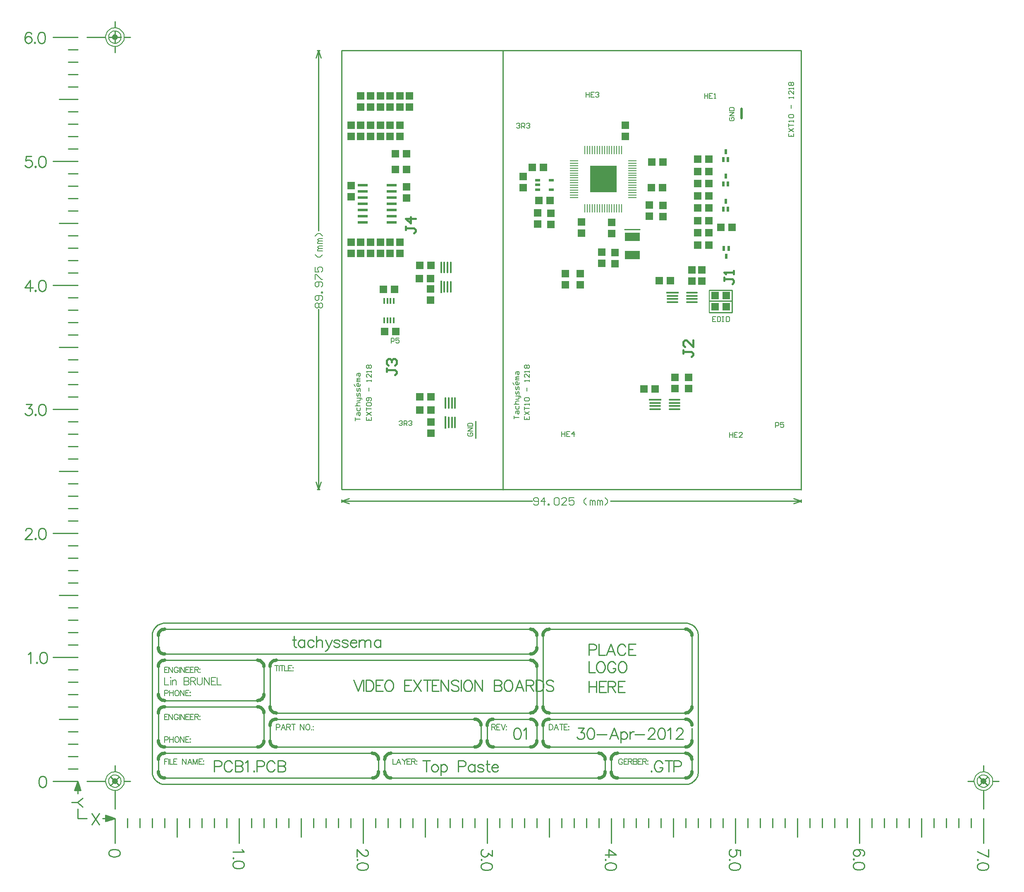
<source format=gtp>
%FSLAX44Y44*%
%MOMM*%
G71*
G01*
G75*
%ADD10R,1.5240X1.5240*%
%ADD11R,0.2500X1.8000*%
%ADD12R,3.0320X1.7780*%
%ADD13O,0.3000X2.5000*%
%ADD14R,0.3000X2.5000*%
%ADD15O,2.5000X0.3000*%
%ADD16R,2.5000X0.3000*%
%ADD17R,1.8000X0.2500*%
%ADD18R,5.5000X5.5000*%
%ADD19R,0.6000X1.1000*%
%ADD20R,0.3000X1.2000*%
%ADD21R,2.0000X0.5000*%
%ADD22R,1.0000X0.5000*%
%ADD23C,0.2500*%
%ADD24C,0.5000*%
%ADD25C,0.2286*%
%ADD26C,0.2000*%
%ADD27C,0.4000*%
%ADD28C,0.6350*%
%ADD29C,0.2540*%
%ADD30C,0.2032*%
%ADD31C,0.1524*%
%ADD32C,0.1270*%
%ADD33C,2.0000*%
%ADD34C,1.5000*%
%ADD35C,3.0000*%
%ADD36O,1.8000X2.0000*%
%ADD37R,1.8000X2.0000*%
%ADD38C,5.0000*%
%ADD39C,1.6000*%
%ADD40C,1.1500*%
%ADD41O,1.2000X1.4000*%
%ADD42O,1.1000X1.6000*%
%ADD43O,1.4000X1.2000*%
%ADD44C,1.0000*%
%ADD45C,1.2700*%
%ADD46C,0.2540*%
%ADD47C,0.1500*%
%ADD48C,0.3048*%
%ADD49C,0.5048*%
%ADD50C,0.2200*%
%ADD51C,0.1000*%
%ADD52C,0.3500*%
%ADD53R,0.5080X0.5080*%
D10*
X2853000Y2504025D02*
D03*
Y2526885D02*
D03*
X2905581Y2151525D02*
D03*
Y2174385D02*
D03*
X2566251Y2586105D02*
D03*
Y2563245D02*
D03*
X2596081Y2488165D02*
D03*
Y2511025D02*
D03*
X2623081Y2510775D02*
D03*
Y2487915D02*
D03*
X2775781Y2691135D02*
D03*
Y2668275D02*
D03*
X2584891Y2604525D02*
D03*
X2607751D02*
D03*
X2294001Y2451415D02*
D03*
Y2428555D02*
D03*
X2314001Y2691135D02*
D03*
Y2668275D02*
D03*
X2334001Y2727995D02*
D03*
Y2750855D02*
D03*
X2851861Y2563275D02*
D03*
X2829001D02*
D03*
X2686001Y2492275D02*
D03*
Y2469415D02*
D03*
X2377861Y2107275D02*
D03*
X2355001D02*
D03*
X2378001Y2083275D02*
D03*
Y2060415D02*
D03*
X2376441Y2376775D02*
D03*
X2353581D02*
D03*
X2376581Y2355775D02*
D03*
Y2332915D02*
D03*
X2282641Y2268275D02*
D03*
X2305501D02*
D03*
X2303001Y2354275D02*
D03*
X2280141D02*
D03*
X2214001Y2544415D02*
D03*
Y2567275D02*
D03*
X2932251Y2394885D02*
D03*
Y2372025D02*
D03*
X2867861Y2372665D02*
D03*
X2845001D02*
D03*
X2876971Y2174385D02*
D03*
Y2151525D02*
D03*
X2813361Y2150305D02*
D03*
X2836221D02*
D03*
X2829641Y2615525D02*
D03*
X2852501D02*
D03*
X2824831Y2504275D02*
D03*
Y2527135D02*
D03*
X2747751Y2468585D02*
D03*
Y2491445D02*
D03*
X2981861Y2319025D02*
D03*
X2327831Y2541775D02*
D03*
Y2564635D02*
D03*
X2327861Y2600275D02*
D03*
X2305001D02*
D03*
X2304581Y2632775D02*
D03*
X2327441D02*
D03*
X2274001Y2428275D02*
D03*
Y2451135D02*
D03*
X2214001Y2668275D02*
D03*
Y2691135D02*
D03*
X2234001Y2750995D02*
D03*
Y2728135D02*
D03*
X2254001Y2451135D02*
D03*
Y2428275D02*
D03*
X2234001Y2691135D02*
D03*
Y2668275D02*
D03*
X2254001Y2728135D02*
D03*
Y2750995D02*
D03*
X2234001Y2428275D02*
D03*
Y2451135D02*
D03*
X2254001Y2668275D02*
D03*
Y2691135D02*
D03*
X2274001Y2750995D02*
D03*
Y2728135D02*
D03*
X2214001Y2451135D02*
D03*
Y2428275D02*
D03*
X2274001Y2691135D02*
D03*
Y2668275D02*
D03*
X2294001Y2728135D02*
D03*
Y2750995D02*
D03*
X2377581Y2134775D02*
D03*
X2354721D02*
D03*
Y2403775D02*
D03*
X2377581D02*
D03*
X2912251Y2371885D02*
D03*
Y2394745D02*
D03*
X2621691Y2537025D02*
D03*
X2598831D02*
D03*
X2314001Y2428555D02*
D03*
Y2451415D02*
D03*
X2294001Y2691135D02*
D03*
Y2668275D02*
D03*
X2314001Y2750995D02*
D03*
Y2728135D02*
D03*
X2959001Y2319025D02*
D03*
X2652751Y2363805D02*
D03*
Y2386665D02*
D03*
X2683331Y2363805D02*
D03*
Y2386665D02*
D03*
X2946861Y2621275D02*
D03*
X2924001D02*
D03*
X2946861Y2571275D02*
D03*
X2924001D02*
D03*
X2946861Y2596275D02*
D03*
X2924001D02*
D03*
X2946861Y2546275D02*
D03*
X2924001D02*
D03*
X2946861Y2521275D02*
D03*
X2924001D02*
D03*
X2946861Y2470275D02*
D03*
X2924001D02*
D03*
X2946861Y2495275D02*
D03*
X2924001D02*
D03*
X2754661Y2429635D02*
D03*
Y2406775D02*
D03*
X2727581Y2407805D02*
D03*
Y2430665D02*
D03*
X2959001Y2342025D02*
D03*
X2981861Y2342025D02*
D03*
X2970971Y2481275D02*
D03*
X2993831Y2481275D02*
D03*
X2924001Y2445275D02*
D03*
X2946861D02*
D03*
D11*
X2768000Y2520995D02*
D03*
X2693001Y2639995D02*
D03*
X2698001Y2639995D02*
D03*
X2703001Y2639995D02*
D03*
X2708001D02*
D03*
X2713001D02*
D03*
X2718001D02*
D03*
X2723000D02*
D03*
X2728000D02*
D03*
X2733000D02*
D03*
X2738000D02*
D03*
X2743000D02*
D03*
X2748000D02*
D03*
X2753000D02*
D03*
X2758000D02*
D03*
X2763000D02*
D03*
X2768000D02*
D03*
X2763000Y2520995D02*
D03*
X2758000D02*
D03*
X2753000D02*
D03*
X2748000D02*
D03*
X2743000D02*
D03*
X2738000D02*
D03*
X2728000D02*
D03*
X2723000D02*
D03*
X2718001D02*
D03*
X2713001D02*
D03*
X2708001D02*
D03*
X2703001D02*
D03*
X2698001D02*
D03*
X2693001D02*
D03*
X2733000D02*
D03*
D12*
X2789831Y2425191D02*
D03*
Y2462275D02*
D03*
D13*
X2427081Y2121775D02*
D03*
X2420581D02*
D03*
X2414081D02*
D03*
X2407581D02*
D03*
X2427081Y2081775D02*
D03*
X2420581D02*
D03*
X2414081D02*
D03*
X2418081Y2399775D02*
D03*
X2411581D02*
D03*
X2405081D02*
D03*
X2398581D02*
D03*
X2418081Y2359775D02*
D03*
X2411581D02*
D03*
X2405081D02*
D03*
D14*
X2407581Y2081775D02*
D03*
X2398581Y2359775D02*
D03*
D15*
X2912251Y2328385D02*
D03*
Y2334885D02*
D03*
Y2341385D02*
D03*
Y2347885D02*
D03*
X2872251Y2328385D02*
D03*
Y2334885D02*
D03*
Y2341385D02*
D03*
X2836471Y2122025D02*
D03*
Y2115525D02*
D03*
Y2109025D02*
D03*
X2876471Y2128525D02*
D03*
Y2122025D02*
D03*
Y2115525D02*
D03*
Y2109025D02*
D03*
D16*
X2872251Y2347885D02*
D03*
X2836471Y2128525D02*
D03*
D17*
X2671001Y2542995D02*
D03*
Y2547995D02*
D03*
Y2552995D02*
D03*
Y2557995D02*
D03*
Y2562995D02*
D03*
Y2567995D02*
D03*
Y2572995D02*
D03*
Y2577995D02*
D03*
Y2582995D02*
D03*
Y2587995D02*
D03*
Y2592995D02*
D03*
Y2597995D02*
D03*
Y2602995D02*
D03*
Y2607995D02*
D03*
Y2612995D02*
D03*
Y2617995D02*
D03*
X2790001D02*
D03*
Y2612995D02*
D03*
Y2607995D02*
D03*
Y2602995D02*
D03*
Y2597995D02*
D03*
Y2592995D02*
D03*
Y2587995D02*
D03*
Y2582995D02*
D03*
Y2577995D02*
D03*
Y2572995D02*
D03*
Y2567995D02*
D03*
Y2562995D02*
D03*
Y2557995D02*
D03*
Y2552995D02*
D03*
Y2547995D02*
D03*
Y2542995D02*
D03*
D18*
X2730501Y2580495D02*
D03*
D19*
X2981001Y2636275D02*
D03*
X2986001Y2620275D02*
D03*
X2976001D02*
D03*
X2981001Y2586275D02*
D03*
X2986001Y2570275D02*
D03*
X2976001D02*
D03*
X2982001Y2422275D02*
D03*
X2977001Y2438275D02*
D03*
X2987001D02*
D03*
X2981001Y2535275D02*
D03*
X2986001Y2519275D02*
D03*
X2976001D02*
D03*
D20*
X2282001Y2291275D02*
D03*
X2288501D02*
D03*
X2295001D02*
D03*
X2301501D02*
D03*
Y2331275D02*
D03*
X2295001D02*
D03*
X2288501D02*
D03*
X2282001D02*
D03*
D21*
X2297581Y2567775D02*
D03*
Y2555075D02*
D03*
Y2542375D02*
D03*
Y2529675D02*
D03*
Y2516975D02*
D03*
Y2504275D02*
D03*
Y2491575D02*
D03*
X2237581D02*
D03*
Y2504275D02*
D03*
Y2516975D02*
D03*
Y2529675D02*
D03*
Y2542375D02*
D03*
Y2555075D02*
D03*
Y2567775D02*
D03*
D22*
X2624001Y2577995D02*
D03*
Y2558995D02*
D03*
X2596001Y2577995D02*
D03*
Y2568495D02*
D03*
Y2558995D02*
D03*
D23*
X2468831Y2050025D02*
Y2084525D01*
X2947581Y2307275D02*
X2994081D01*
Y2353025D01*
X2947581Y2353025D02*
X2994081D01*
X2947581Y2330775D02*
X2993831D01*
X2774081Y2477275D02*
X2805581D01*
X1715441Y1270032D02*
X1718743Y1271175D01*
X1715441Y1272318D02*
X1718743Y1271175D01*
X1712774Y1266222D02*
X1727506Y1271175D01*
X1712774Y1276128D02*
X1727506Y1271175D01*
X1714552Y1268762D02*
X1721664Y1271175D01*
X1714552Y1273588D02*
X1721664Y1271175D01*
X1654481Y1335437D02*
X1655624Y1332135D01*
X1653338D02*
X1654481Y1335437D01*
Y1344200D02*
X1659434Y1329468D01*
X1649528D02*
X1654481Y1344200D01*
Y1338358D02*
X1656894Y1331246D01*
X1652068D02*
X1654481Y1338358D01*
Y1341279D02*
X1658164Y1330357D01*
X1650798D02*
X1654481Y1341279D01*
X1648131Y1328325D02*
X1654481Y1347375D01*
X1660831Y1328325D01*
X1713663Y1267492D02*
X1724585Y1271175D01*
X1713663Y1274858D02*
X1724585Y1271175D01*
X1711631Y1277525D02*
X1730681Y1271175D01*
X1711631Y1264825D02*
X1730681Y1271175D01*
X3499791Y1356265D02*
X3508681Y1347375D01*
X3517571Y1338485D01*
X1721791Y1356265D02*
X1730681Y1347375D01*
X1739571Y1338485D01*
X3508681Y1347375D02*
X3517571Y1356265D01*
X3499791Y1338485D02*
X3508681Y1347375D01*
X1721791Y1338485D02*
X1730681Y1347375D01*
X1739571Y1356265D01*
X2606981Y1429925D02*
Y1461675D01*
X2911781Y1499775D02*
Y1645825D01*
X2606981Y1499775D02*
Y1645825D01*
X1806881Y1366425D02*
Y1645825D01*
X1819581Y1366425D02*
Y1391825D01*
X2911781Y1429925D02*
Y1455325D01*
Y1366425D02*
Y1391825D01*
X2594281Y1429925D02*
Y1461675D01*
X2492681Y1429925D02*
Y1461675D01*
X2048181Y1429925D02*
Y1461675D01*
X2479981Y1429925D02*
Y1461675D01*
X2048181Y1499775D02*
Y1582325D01*
X2594281Y1499775D02*
Y1582325D01*
Y1620425D02*
Y1645825D01*
X1819581Y1620425D02*
Y1645825D01*
X2035481Y1525175D02*
Y1582325D01*
X1819581Y1525175D02*
Y1582325D01*
X2035481Y1429925D02*
Y1487075D01*
X1819581Y1429925D02*
Y1487075D01*
X2924481Y1366425D02*
Y1645825D01*
X2746681Y1366425D02*
Y1391825D01*
X2733981Y1366425D02*
Y1391825D01*
X2283131Y1366425D02*
Y1391825D01*
X2270431Y1366425D02*
Y1391825D01*
X3508683Y1290223D02*
Y1328323D01*
Y1366423D02*
Y1379123D01*
X1730681Y2839625D02*
Y2852325D01*
Y2890425D02*
Y2903125D01*
Y2871375D02*
Y2884075D01*
Y2858675D02*
Y2871375D01*
X3508681Y1220375D02*
Y1271175D01*
X3483281Y1252125D02*
Y1271175D01*
X3457881Y1252125D02*
Y1271175D01*
X3432481Y1252125D02*
Y1271175D01*
X3407081Y1252125D02*
Y1271175D01*
X3381681Y1233075D02*
Y1271175D01*
X3356281Y1252125D02*
Y1271175D01*
X3330881Y1252125D02*
Y1271175D01*
X3305481Y1252125D02*
Y1271175D01*
X3280081Y1252125D02*
Y1271175D01*
X3254681Y1220375D02*
Y1271175D01*
X3229281Y1252125D02*
Y1271175D01*
X3203881Y1252125D02*
Y1271175D01*
X3178481Y1252125D02*
Y1271175D01*
X3153081Y1252125D02*
Y1271175D01*
X3127681Y1233075D02*
Y1271175D01*
X3102281Y1252125D02*
Y1271175D01*
X3076881Y1252125D02*
Y1271175D01*
X3051481Y1252125D02*
Y1271175D01*
X3026081Y1252125D02*
Y1271175D01*
X3000681Y1220375D02*
Y1271175D01*
X2975281Y1252125D02*
Y1271175D01*
X2949881Y1252125D02*
Y1271175D01*
X2924481Y1252125D02*
Y1271175D01*
X2899081Y1252125D02*
Y1271175D01*
X2873681Y1233075D02*
Y1271175D01*
X2848281Y1252125D02*
Y1271175D01*
X2822881Y1252125D02*
Y1271175D01*
X2797481Y1252125D02*
Y1271175D01*
X2772081Y1252125D02*
Y1271175D01*
X2746681Y1220375D02*
Y1271175D01*
X2721281Y1252125D02*
Y1271175D01*
X2695881Y1252125D02*
Y1271175D01*
X2670481Y1252125D02*
Y1271175D01*
X2645081Y1252125D02*
Y1271175D01*
X2619681Y1233075D02*
Y1271175D01*
X2594281Y1252125D02*
Y1271175D01*
X2568881Y1252125D02*
Y1271175D01*
X2543481Y1252125D02*
Y1271175D01*
X2518081Y1252125D02*
Y1271175D01*
X2492681Y1220375D02*
Y1271175D01*
X2467281Y1252125D02*
Y1271175D01*
X2441881Y1252125D02*
Y1271175D01*
X2416481Y1252125D02*
Y1271175D01*
X2391081Y1252125D02*
Y1271175D01*
X2365681Y1233075D02*
Y1271175D01*
X2340281Y1252125D02*
Y1271175D01*
X2314881Y1252125D02*
Y1271175D01*
X2289481Y1252125D02*
Y1271175D01*
X2264081Y1252125D02*
Y1271175D01*
X2238681Y1220375D02*
Y1271175D01*
X2213281Y1252125D02*
Y1271175D01*
X2187881Y1252125D02*
Y1271175D01*
X2162481Y1252125D02*
Y1271175D01*
X2137081Y1252125D02*
Y1271175D01*
X2111681Y1233075D02*
Y1271175D01*
X2086281Y1252125D02*
Y1271175D01*
X2060881Y1252125D02*
Y1271175D01*
X2035481Y1252125D02*
Y1271175D01*
X2010081Y1252125D02*
Y1271175D01*
X1984681Y1220375D02*
Y1271175D01*
X1959281Y1252125D02*
Y1271175D01*
X1933881Y1252125D02*
Y1271175D01*
X1908481Y1252125D02*
Y1271175D01*
X1883081Y1252125D02*
Y1271175D01*
X1857681Y1233075D02*
Y1271175D01*
X1832281Y1252125D02*
Y1271175D01*
X1806881Y1252125D02*
Y1271175D01*
X1781481Y1252125D02*
Y1271175D01*
X1756081Y1252125D02*
Y1271175D01*
X1730681Y1220375D02*
Y1271175D01*
X1715441Y1270032D02*
Y1272318D01*
X1712774Y1266222D02*
Y1276128D01*
X1714552Y1268762D02*
Y1273588D01*
X1654481Y1321975D02*
Y1328325D01*
X1713663Y1267492D02*
Y1274858D01*
X1711631Y1264825D02*
Y1277525D01*
X1654481Y1271175D02*
Y1290225D01*
X1730683Y1366423D02*
Y1379123D01*
Y1290223D02*
Y1328323D01*
X2619681Y1474375D02*
X2899081D01*
X2619681Y1487075D02*
X2899081D01*
X2060881D02*
X2581581D01*
X2619681Y1658525D02*
X2899081D01*
X2619681Y1417225D02*
X2899081D01*
X2505381Y1474375D02*
X2581581D01*
X2505381Y1417225D02*
X2581581D01*
X2060881D02*
X2467281D01*
X2060881Y1474375D02*
X2467281D01*
X2060881Y1595025D02*
X2581581D01*
X1832281Y1607725D02*
X2581581D01*
X1832281Y1595025D02*
X2022781D01*
X1832281Y1512475D02*
X2022781D01*
X1832281Y1499775D02*
X2022781D01*
X1832281Y1417225D02*
X2022781D01*
X1832281Y1671225D02*
X2899081D01*
X1832281Y1341025D02*
X2899081D01*
X1832281Y1658525D02*
X2581581D01*
X2759381Y1404525D02*
X2899081D01*
X2759381Y1353725D02*
X2899081D01*
X2295831Y1404525D02*
X2721281D01*
X1832281D02*
X2257731D01*
X1832281Y1353725D02*
X2257731D01*
X2295831D02*
X2721281D01*
X3527733Y1347373D02*
X3540433D01*
X3476933D02*
X3489633D01*
X1749731Y2871375D02*
X1762431D01*
X1673531D02*
X1711631D01*
X1717981D02*
X1730681D01*
X1743381D01*
X1603681D02*
X1654481D01*
X1635431Y2845975D02*
X1654481D01*
X1635431Y2820575D02*
X1654481D01*
X1635431Y2795175D02*
X1654481D01*
X1635431Y2769775D02*
X1654481D01*
X1616381Y2744375D02*
X1654481D01*
X1635431Y2718975D02*
X1654481D01*
X1635431Y2693575D02*
X1654481D01*
X1635431Y2668175D02*
X1654481D01*
X1635431Y2642775D02*
X1654481D01*
X1603681Y2617375D02*
X1654481D01*
X1635431Y2591975D02*
X1654481D01*
X1635431Y2566575D02*
X1654481D01*
X1635431Y2541175D02*
X1654481D01*
X1635431Y2515775D02*
X1654481D01*
X1616381Y2490375D02*
X1654481D01*
X1635431Y2464975D02*
X1654481D01*
X1635431Y2439575D02*
X1654481D01*
X1635431Y2414175D02*
X1654481D01*
X1635431Y2388775D02*
X1654481D01*
X1603681Y2363375D02*
X1654481D01*
X1635431Y2337975D02*
X1654481D01*
X1635431Y2312575D02*
X1654481D01*
X1635431Y2287175D02*
X1654481D01*
X1635431Y2261775D02*
X1654481D01*
X1616381Y2236375D02*
X1654481D01*
X1635431Y2210975D02*
X1654481D01*
X1635431Y2185575D02*
X1654481D01*
X1635431Y2160175D02*
X1654481D01*
X1635431Y2134775D02*
X1654481D01*
X1603681Y2109375D02*
X1654481D01*
X1635431Y2083975D02*
X1654481D01*
X1635431Y2058575D02*
X1654481D01*
X1635431Y2033175D02*
X1654481D01*
X1635431Y2007775D02*
X1654481D01*
X1616381Y1982375D02*
X1654481D01*
X1635431Y1956975D02*
X1654481D01*
X1635431Y1931575D02*
X1654481D01*
X1635431Y1906175D02*
X1654481D01*
X1635431Y1880775D02*
X1654481D01*
X1603681Y1855375D02*
X1654481D01*
X1635431Y1829975D02*
X1654481D01*
X1635431Y1804575D02*
X1654481D01*
X1635431Y1779175D02*
X1654481D01*
X1635431Y1753775D02*
X1654481D01*
X1616381Y1728375D02*
X1654481D01*
X1635431Y1702975D02*
X1654481D01*
X1635431Y1677575D02*
X1654481D01*
X1635431Y1652175D02*
X1654481D01*
X1635431Y1626775D02*
X1654481D01*
X1603681Y1601375D02*
X1654481D01*
X1635431Y1575975D02*
X1654481D01*
X1635431Y1550575D02*
X1654481D01*
X1635431Y1525175D02*
X1654481D01*
X1635431Y1499775D02*
X1654481D01*
X1616381Y1474375D02*
X1654481D01*
X1635431Y1448975D02*
X1654481D01*
X1635431Y1423575D02*
X1654481D01*
X1635431Y1398175D02*
X1654481D01*
X1635431Y1372775D02*
X1654481D01*
X1603681Y1347375D02*
X1654481D01*
X1705281Y1271175D02*
X1711631D01*
X1653338Y1332135D02*
X1655624D01*
X1649528Y1329468D02*
X1659434D01*
X1652068Y1331246D02*
X1656894D01*
X1650798Y1330357D02*
X1658164D01*
X1648131Y1328325D02*
X1660831D01*
X1654481Y1271175D02*
X1673531D01*
X1673533Y1347373D02*
X1711633D01*
X1749733D02*
X1762433D01*
X2194831Y1944525D02*
X3135081D01*
X2194831Y2844275D02*
X3135201D01*
X2194831Y1944525D02*
Y2844275D01*
X3135201Y1944395D02*
Y2844395D01*
X2525001Y1944395D02*
Y2844395D01*
D24*
X3013331Y2705525D02*
Y2724275D01*
D25*
X2829049Y1368602D02*
X2827961Y1367513D01*
X2829049Y1366425D01*
X2830137Y1367513D01*
X2829049Y1368602D01*
X2851469Y1383839D02*
X2850381Y1386015D01*
X2848204Y1388192D01*
X2846027Y1389280D01*
X2841674D01*
X2839497Y1388192D01*
X2837320Y1386015D01*
X2836232Y1383839D01*
X2835144Y1380573D01*
Y1375132D01*
X2836232Y1371867D01*
X2837320Y1369690D01*
X2839497Y1367513D01*
X2841674Y1366425D01*
X2846027D01*
X2848204Y1367513D01*
X2850381Y1369690D01*
X2851469Y1371867D01*
Y1375132D01*
X2846027D02*
X2851469D01*
X2864311Y1389280D02*
Y1366425D01*
X2856693Y1389280D02*
X2871930D01*
X2874650Y1377309D02*
X2884445D01*
X2887711Y1378397D01*
X2888799Y1379485D01*
X2889887Y1381662D01*
Y1384927D01*
X2888799Y1387103D01*
X2887711Y1388192D01*
X2884445Y1389280D01*
X2874650D01*
Y1366425D01*
X2097166Y1644550D02*
Y1626048D01*
X2098254Y1622783D01*
X2100431Y1621695D01*
X2102607D01*
X2093901Y1636932D02*
X2101519D01*
X2118932D02*
Y1621695D01*
Y1633667D02*
X2116756Y1635844D01*
X2114579Y1636932D01*
X2111314D01*
X2109137Y1635844D01*
X2106961Y1633667D01*
X2105872Y1630402D01*
Y1628225D01*
X2106961Y1624960D01*
X2109137Y1622783D01*
X2111314Y1621695D01*
X2114579D01*
X2116756Y1622783D01*
X2118932Y1624960D01*
X2138087Y1633667D02*
X2135911Y1635844D01*
X2133734Y1636932D01*
X2130469D01*
X2128292Y1635844D01*
X2126116Y1633667D01*
X2125027Y1630402D01*
Y1628225D01*
X2126116Y1624960D01*
X2128292Y1622783D01*
X2130469Y1621695D01*
X2133734D01*
X2135911Y1622783D01*
X2138087Y1624960D01*
X2142985Y1644550D02*
Y1621695D01*
Y1632578D02*
X2146250Y1635844D01*
X2148426Y1636932D01*
X2151691D01*
X2153868Y1635844D01*
X2154957Y1632578D01*
Y1621695D01*
X2162031Y1636932D02*
X2168561Y1621695D01*
X2175091Y1636932D02*
X2168561Y1621695D01*
X2166384Y1617342D01*
X2164207Y1615165D01*
X2162031Y1614077D01*
X2160942D01*
X2190872Y1633667D02*
X2189783Y1635844D01*
X2186518Y1636932D01*
X2183253D01*
X2179988Y1635844D01*
X2178900Y1633667D01*
X2179988Y1631490D01*
X2182165Y1630402D01*
X2187607Y1629314D01*
X2189783Y1628225D01*
X2190872Y1626048D01*
Y1624960D01*
X2189783Y1622783D01*
X2186518Y1621695D01*
X2183253D01*
X2179988Y1622783D01*
X2178900Y1624960D01*
X2207632Y1633667D02*
X2206544Y1635844D01*
X2203279Y1636932D01*
X2200014D01*
X2196749Y1635844D01*
X2195660Y1633667D01*
X2196749Y1631490D01*
X2198925Y1630402D01*
X2204367Y1629314D01*
X2206544Y1628225D01*
X2207632Y1626048D01*
Y1624960D01*
X2206544Y1622783D01*
X2203279Y1621695D01*
X2200014D01*
X2196749Y1622783D01*
X2195660Y1624960D01*
X2212421Y1630402D02*
X2225481D01*
Y1632578D01*
X2224393Y1634755D01*
X2223304Y1635844D01*
X2221127Y1636932D01*
X2217862D01*
X2215686Y1635844D01*
X2213509Y1633667D01*
X2212421Y1630402D01*
Y1628225D01*
X2213509Y1624960D01*
X2215686Y1622783D01*
X2217862Y1621695D01*
X2221127D01*
X2223304Y1622783D01*
X2225481Y1624960D01*
X2230378Y1636932D02*
Y1621695D01*
Y1632578D02*
X2233643Y1635844D01*
X2235820Y1636932D01*
X2239085D01*
X2241262Y1635844D01*
X2242350Y1632578D01*
Y1621695D01*
Y1632578D02*
X2245615Y1635844D01*
X2247792Y1636932D01*
X2251057D01*
X2253233Y1635844D01*
X2254322Y1632578D01*
Y1621695D01*
X2274565Y1636932D02*
Y1621695D01*
Y1633667D02*
X2272388Y1635844D01*
X2270211Y1636932D01*
X2266947D01*
X2264770Y1635844D01*
X2262593Y1633667D01*
X2261505Y1630402D01*
Y1628225D01*
X2262593Y1624960D01*
X2264770Y1622783D01*
X2266947Y1621695D01*
X2270211D01*
X2272388Y1622783D01*
X2274565Y1624960D01*
X2219631Y1554380D02*
X2228337Y1531525D01*
X2237044Y1554380D02*
X2228337Y1531525D01*
X2239983Y1554380D02*
Y1531525D01*
X2244771Y1554380D02*
Y1531525D01*
Y1554380D02*
X2252390D01*
X2255655Y1553292D01*
X2257831Y1551115D01*
X2258920Y1548938D01*
X2260008Y1545674D01*
Y1540232D01*
X2258920Y1536967D01*
X2257831Y1534790D01*
X2255655Y1532613D01*
X2252390Y1531525D01*
X2244771D01*
X2279272Y1554380D02*
X2265123D01*
Y1531525D01*
X2279272D01*
X2265123Y1543497D02*
X2273830D01*
X2289611Y1554380D02*
X2287434Y1553292D01*
X2285258Y1551115D01*
X2284169Y1548938D01*
X2283081Y1545674D01*
Y1540232D01*
X2284169Y1536967D01*
X2285258Y1534790D01*
X2287434Y1532613D01*
X2289611Y1531525D01*
X2293964D01*
X2296141Y1532613D01*
X2298318Y1534790D01*
X2299406Y1536967D01*
X2300494Y1540232D01*
Y1545674D01*
X2299406Y1548938D01*
X2298318Y1551115D01*
X2296141Y1553292D01*
X2293964Y1554380D01*
X2289611D01*
X2337933D02*
X2323785D01*
Y1531525D01*
X2337933D01*
X2323785Y1543497D02*
X2332491D01*
X2341742Y1554380D02*
X2356979Y1531525D01*
Y1554380D02*
X2341742Y1531525D01*
X2369713Y1554380D02*
Y1531525D01*
X2362094Y1554380D02*
X2377331D01*
X2394200D02*
X2380052D01*
Y1531525D01*
X2394200D01*
X2380052Y1543497D02*
X2388758D01*
X2398009Y1554380D02*
Y1531525D01*
Y1554380D02*
X2413246Y1531525D01*
Y1554380D02*
Y1531525D01*
X2434795Y1551115D02*
X2432619Y1553292D01*
X2429353Y1554380D01*
X2425000D01*
X2421735Y1553292D01*
X2419558Y1551115D01*
Y1548938D01*
X2420647Y1546762D01*
X2421735Y1545674D01*
X2423912Y1544585D01*
X2430442Y1542408D01*
X2432619Y1541320D01*
X2433707Y1540232D01*
X2434795Y1538055D01*
Y1534790D01*
X2432619Y1532613D01*
X2429353Y1531525D01*
X2425000D01*
X2421735Y1532613D01*
X2419558Y1534790D01*
X2439910Y1554380D02*
Y1531525D01*
X2451229Y1554380D02*
X2449052Y1553292D01*
X2446876Y1551115D01*
X2445787Y1548938D01*
X2444699Y1545674D01*
Y1540232D01*
X2445787Y1536967D01*
X2446876Y1534790D01*
X2449052Y1532613D01*
X2451229Y1531525D01*
X2455582D01*
X2457759Y1532613D01*
X2459936Y1534790D01*
X2461024Y1536967D01*
X2462112Y1540232D01*
Y1545674D01*
X2461024Y1548938D01*
X2459936Y1551115D01*
X2457759Y1553292D01*
X2455582Y1554380D01*
X2451229D01*
X2467445D02*
Y1531525D01*
Y1554380D02*
X2482682Y1531525D01*
Y1554380D02*
Y1531525D01*
X2506952Y1554380D02*
Y1531525D01*
Y1554380D02*
X2516747D01*
X2520012Y1553292D01*
X2521100Y1552204D01*
X2522189Y1550027D01*
Y1547850D01*
X2521100Y1545674D01*
X2520012Y1544585D01*
X2516747Y1543497D01*
X2506952D02*
X2516747D01*
X2520012Y1542408D01*
X2521100Y1541320D01*
X2522189Y1539144D01*
Y1535878D01*
X2521100Y1533702D01*
X2520012Y1532613D01*
X2516747Y1531525D01*
X2506952D01*
X2533834Y1554380D02*
X2531657Y1553292D01*
X2529480Y1551115D01*
X2528392Y1548938D01*
X2527304Y1545674D01*
Y1540232D01*
X2528392Y1536967D01*
X2529480Y1534790D01*
X2531657Y1532613D01*
X2533834Y1531525D01*
X2538187D01*
X2540364Y1532613D01*
X2542541Y1534790D01*
X2543629Y1536967D01*
X2544717Y1540232D01*
Y1545674D01*
X2543629Y1548938D01*
X2542541Y1551115D01*
X2540364Y1553292D01*
X2538187Y1554380D01*
X2533834D01*
X2567463Y1531525D02*
X2558757Y1554380D01*
X2550050Y1531525D01*
X2553315Y1539144D02*
X2564199D01*
X2572796Y1554380D02*
Y1531525D01*
Y1554380D02*
X2582591D01*
X2585856Y1553292D01*
X2586945Y1552204D01*
X2588033Y1550027D01*
Y1547850D01*
X2586945Y1545674D01*
X2585856Y1544585D01*
X2582591Y1543497D01*
X2572796D01*
X2580415D02*
X2588033Y1531525D01*
X2593148Y1554380D02*
Y1531525D01*
Y1554380D02*
X2600767D01*
X2604032Y1553292D01*
X2606208Y1551115D01*
X2607297Y1548938D01*
X2608385Y1545674D01*
Y1540232D01*
X2607297Y1536967D01*
X2606208Y1534790D01*
X2604032Y1532613D01*
X2600767Y1531525D01*
X2593148D01*
X2628737Y1551115D02*
X2626560Y1553292D01*
X2623295Y1554380D01*
X2618942D01*
X2615677Y1553292D01*
X2613500Y1551115D01*
Y1548938D01*
X2614589Y1546762D01*
X2615677Y1545674D01*
X2617854Y1544585D01*
X2624384Y1542408D01*
X2626560Y1541320D01*
X2627649Y1540232D01*
X2628737Y1538055D01*
Y1534790D01*
X2626560Y1532613D01*
X2623295Y1531525D01*
X2618942D01*
X2615677Y1532613D01*
X2613500Y1534790D01*
X1933881Y1377309D02*
X1943676D01*
X1946941Y1378397D01*
X1948029Y1379485D01*
X1949117Y1381662D01*
Y1384927D01*
X1948029Y1387103D01*
X1946941Y1388192D01*
X1943676Y1389280D01*
X1933881D01*
Y1366425D01*
X1970558Y1383839D02*
X1969469Y1386015D01*
X1967293Y1388192D01*
X1965116Y1389280D01*
X1960763D01*
X1958586Y1388192D01*
X1956409Y1386015D01*
X1955321Y1383839D01*
X1954233Y1380573D01*
Y1375132D01*
X1955321Y1371867D01*
X1956409Y1369690D01*
X1958586Y1367513D01*
X1960763Y1366425D01*
X1965116D01*
X1967293Y1367513D01*
X1969469Y1369690D01*
X1970558Y1371867D01*
X1976979Y1389280D02*
Y1366425D01*
Y1389280D02*
X1986774D01*
X1990039Y1388192D01*
X1991127Y1387103D01*
X1992216Y1384927D01*
Y1382750D01*
X1991127Y1380573D01*
X1990039Y1379485D01*
X1986774Y1378397D01*
X1976979D02*
X1986774D01*
X1990039Y1377309D01*
X1991127Y1376220D01*
X1992216Y1374043D01*
Y1370779D01*
X1991127Y1368602D01*
X1990039Y1367513D01*
X1986774Y1366425D01*
X1976979D01*
X1997331Y1384927D02*
X1999507Y1386015D01*
X2002773Y1389280D01*
Y1366425D01*
X2015180Y1368602D02*
X2014091Y1367513D01*
X2015180Y1366425D01*
X2016268Y1367513D01*
X2015180Y1368602D01*
X2021274Y1377309D02*
X2031069D01*
X2034334Y1378397D01*
X2035423Y1379485D01*
X2036511Y1381662D01*
Y1384927D01*
X2035423Y1387103D01*
X2034334Y1388192D01*
X2031069Y1389280D01*
X2021274D01*
Y1366425D01*
X2057951Y1383839D02*
X2056863Y1386015D01*
X2054686Y1388192D01*
X2052510Y1389280D01*
X2048156D01*
X2045980Y1388192D01*
X2043803Y1386015D01*
X2042715Y1383839D01*
X2041626Y1380573D01*
Y1375132D01*
X2042715Y1371867D01*
X2043803Y1369690D01*
X2045980Y1367513D01*
X2048156Y1366425D01*
X2052510D01*
X2054686Y1367513D01*
X2056863Y1369690D01*
X2057951Y1371867D01*
X2064373Y1389280D02*
Y1366425D01*
Y1389280D02*
X2074167D01*
X2077433Y1388192D01*
X2078521Y1387103D01*
X2079609Y1384927D01*
Y1382750D01*
X2078521Y1380573D01*
X2077433Y1379485D01*
X2074167Y1378397D01*
X2064373D02*
X2074167D01*
X2077433Y1377309D01*
X2078521Y1376220D01*
X2079609Y1374043D01*
Y1370779D01*
X2078521Y1368602D01*
X2077433Y1367513D01*
X2074167Y1366425D01*
X2064373D01*
X2368219Y1389280D02*
Y1366425D01*
X2360601Y1389280D02*
X2375837D01*
X2384000Y1381662D02*
X2381823Y1380573D01*
X2379647Y1378397D01*
X2378558Y1375132D01*
Y1372955D01*
X2379647Y1369690D01*
X2381823Y1367513D01*
X2384000Y1366425D01*
X2387265D01*
X2389442Y1367513D01*
X2391618Y1369690D01*
X2392707Y1372955D01*
Y1375132D01*
X2391618Y1378397D01*
X2389442Y1380573D01*
X2387265Y1381662D01*
X2384000D01*
X2397713D02*
Y1358807D01*
Y1378397D02*
X2399890Y1380573D01*
X2402066Y1381662D01*
X2405331D01*
X2407508Y1380573D01*
X2409685Y1378397D01*
X2410773Y1375132D01*
Y1372955D01*
X2409685Y1369690D01*
X2407508Y1367513D01*
X2405331Y1366425D01*
X2402066D01*
X2399890Y1367513D01*
X2397713Y1369690D01*
X2433628Y1377309D02*
X2443423D01*
X2446688Y1378397D01*
X2447776Y1379485D01*
X2448865Y1381662D01*
Y1384927D01*
X2447776Y1387103D01*
X2446688Y1388192D01*
X2443423Y1389280D01*
X2433628D01*
Y1366425D01*
X2467040Y1381662D02*
Y1366425D01*
Y1378397D02*
X2464863Y1380573D01*
X2462687Y1381662D01*
X2459422D01*
X2457245Y1380573D01*
X2455068Y1378397D01*
X2453980Y1375132D01*
Y1372955D01*
X2455068Y1369690D01*
X2457245Y1367513D01*
X2459422Y1366425D01*
X2462687D01*
X2464863Y1367513D01*
X2467040Y1369690D01*
X2485107Y1378397D02*
X2484018Y1380573D01*
X2480753Y1381662D01*
X2477488D01*
X2474223Y1380573D01*
X2473135Y1378397D01*
X2474223Y1376220D01*
X2476400Y1375132D01*
X2481841Y1374043D01*
X2484018Y1372955D01*
X2485107Y1370779D01*
Y1369690D01*
X2484018Y1367513D01*
X2480753Y1366425D01*
X2477488D01*
X2474223Y1367513D01*
X2473135Y1369690D01*
X2493160Y1389280D02*
Y1370779D01*
X2494249Y1367513D01*
X2496425Y1366425D01*
X2498602D01*
X2489895Y1381662D02*
X2497514D01*
X2501867Y1375132D02*
X2514927D01*
Y1377309D01*
X2513839Y1379485D01*
X2512750Y1380573D01*
X2510574Y1381662D01*
X2507309D01*
X2505132Y1380573D01*
X2502955Y1378397D01*
X2501867Y1375132D01*
Y1372955D01*
X2502955Y1369690D01*
X2505132Y1367513D01*
X2507309Y1366425D01*
X2510574D01*
X2512750Y1367513D01*
X2514927Y1369690D01*
X2553186Y1455955D02*
X2549921Y1454867D01*
X2547744Y1451602D01*
X2546656Y1446160D01*
Y1442895D01*
X2547744Y1437453D01*
X2549921Y1434188D01*
X2553186Y1433100D01*
X2555362D01*
X2558627Y1434188D01*
X2560804Y1437453D01*
X2561892Y1442895D01*
Y1446160D01*
X2560804Y1451602D01*
X2558627Y1454867D01*
X2555362Y1455955D01*
X2553186D01*
X2567008Y1451602D02*
X2569184Y1452690D01*
X2572449Y1455955D01*
Y1433100D01*
X2700961Y1616069D02*
X2710756D01*
X2714021Y1617157D01*
X2715109Y1618245D01*
X2716198Y1620422D01*
Y1623687D01*
X2715109Y1625863D01*
X2714021Y1626952D01*
X2710756Y1628040D01*
X2700961D01*
Y1605185D01*
X2721313Y1628040D02*
Y1605185D01*
X2734373D01*
X2754289D02*
X2745583Y1628040D01*
X2736876Y1605185D01*
X2740141Y1612803D02*
X2751024D01*
X2775947Y1622599D02*
X2774859Y1624775D01*
X2772682Y1626952D01*
X2770505Y1628040D01*
X2766152D01*
X2763976Y1626952D01*
X2761799Y1624775D01*
X2760710Y1622599D01*
X2759622Y1619333D01*
Y1613892D01*
X2760710Y1610627D01*
X2761799Y1608450D01*
X2763976Y1606273D01*
X2766152Y1605185D01*
X2770505D01*
X2772682Y1606273D01*
X2774859Y1608450D01*
X2775947Y1610627D01*
X2796517Y1628040D02*
X2782368D01*
Y1605185D01*
X2796517D01*
X2782368Y1617157D02*
X2791075D01*
X2700961Y1592480D02*
Y1569625D01*
X2714021D01*
X2723054Y1592480D02*
X2720877Y1591392D01*
X2718701Y1589215D01*
X2717612Y1587039D01*
X2716524Y1583773D01*
Y1578332D01*
X2717612Y1575067D01*
X2718701Y1572890D01*
X2720877Y1570713D01*
X2723054Y1569625D01*
X2727407D01*
X2729584Y1570713D01*
X2731761Y1572890D01*
X2732849Y1575067D01*
X2733937Y1578332D01*
Y1583773D01*
X2732849Y1587039D01*
X2731761Y1589215D01*
X2729584Y1591392D01*
X2727407Y1592480D01*
X2723054D01*
X2755595Y1587039D02*
X2754507Y1589215D01*
X2752330Y1591392D01*
X2750154Y1592480D01*
X2745800D01*
X2743623Y1591392D01*
X2741447Y1589215D01*
X2740359Y1587039D01*
X2739270Y1583773D01*
Y1578332D01*
X2740359Y1575067D01*
X2741447Y1572890D01*
X2743623Y1570713D01*
X2745800Y1569625D01*
X2750154D01*
X2752330Y1570713D01*
X2754507Y1572890D01*
X2755595Y1575067D01*
Y1578332D01*
X2750154D02*
X2755595D01*
X2767349Y1592480D02*
X2765173Y1591392D01*
X2762996Y1589215D01*
X2761908Y1587039D01*
X2760819Y1583773D01*
Y1578332D01*
X2761908Y1575067D01*
X2762996Y1572890D01*
X2765173Y1570713D01*
X2767349Y1569625D01*
X2771703D01*
X2773879Y1570713D01*
X2776056Y1572890D01*
X2777144Y1575067D01*
X2778233Y1578332D01*
Y1583773D01*
X2777144Y1587039D01*
X2776056Y1589215D01*
X2773879Y1591392D01*
X2771703Y1592480D01*
X2767349D01*
X2700961Y1551840D02*
Y1528985D01*
X2716198Y1551840D02*
Y1528985D01*
X2700961Y1540957D02*
X2716198D01*
X2736658Y1551840D02*
X2722510D01*
Y1528985D01*
X2736658D01*
X2722510Y1540957D02*
X2731216D01*
X2740468Y1551840D02*
Y1528985D01*
Y1551840D02*
X2750262D01*
X2753528Y1550752D01*
X2754616Y1549664D01*
X2755704Y1547487D01*
Y1545310D01*
X2754616Y1543134D01*
X2753528Y1542045D01*
X2750262Y1540957D01*
X2740468D01*
X2748086D02*
X2755704Y1528985D01*
X2774968Y1551840D02*
X2760819D01*
Y1528985D01*
X2774968D01*
X2760819Y1540957D02*
X2769526D01*
X2679007Y1455955D02*
X2690979D01*
X2684449Y1447249D01*
X2687714D01*
X2689891Y1446160D01*
X2690979Y1445072D01*
X2692067Y1441807D01*
Y1439630D01*
X2690979Y1436365D01*
X2688802Y1434188D01*
X2685537Y1433100D01*
X2682272D01*
X2679007Y1434188D01*
X2677919Y1435277D01*
X2676831Y1437453D01*
X2703713Y1455955D02*
X2700448Y1454867D01*
X2698271Y1451602D01*
X2697183Y1446160D01*
Y1442895D01*
X2698271Y1437453D01*
X2700448Y1434188D01*
X2703713Y1433100D01*
X2705889D01*
X2709154Y1434188D01*
X2711331Y1437453D01*
X2712419Y1442895D01*
Y1446160D01*
X2711331Y1451602D01*
X2709154Y1454867D01*
X2705889Y1455955D01*
X2703713D01*
X2717534Y1442895D02*
X2737125D01*
X2761286Y1433100D02*
X2752579Y1455955D01*
X2743872Y1433100D01*
X2747137Y1440719D02*
X2758021D01*
X2766619Y1448337D02*
Y1425482D01*
Y1445072D02*
X2768795Y1447249D01*
X2770972Y1448337D01*
X2774237D01*
X2776414Y1447249D01*
X2778590Y1445072D01*
X2779679Y1441807D01*
Y1439630D01*
X2778590Y1436365D01*
X2776414Y1434188D01*
X2774237Y1433100D01*
X2770972D01*
X2768795Y1434188D01*
X2766619Y1436365D01*
X2784576Y1448337D02*
Y1433100D01*
Y1441807D02*
X2785664Y1445072D01*
X2787841Y1447249D01*
X2790018Y1448337D01*
X2793283D01*
X2795351Y1442895D02*
X2814941D01*
X2822777Y1450513D02*
Y1451602D01*
X2823865Y1453779D01*
X2824954Y1454867D01*
X2827130Y1455955D01*
X2831483D01*
X2833660Y1454867D01*
X2834749Y1453779D01*
X2835837Y1451602D01*
Y1449425D01*
X2834749Y1447249D01*
X2832572Y1443983D01*
X2821689Y1433100D01*
X2836925D01*
X2848571Y1455955D02*
X2845305Y1454867D01*
X2843129Y1451602D01*
X2842040Y1446160D01*
Y1442895D01*
X2843129Y1437453D01*
X2845305Y1434188D01*
X2848571Y1433100D01*
X2850747D01*
X2854012Y1434188D01*
X2856189Y1437453D01*
X2857277Y1442895D01*
Y1446160D01*
X2856189Y1451602D01*
X2854012Y1454867D01*
X2850747Y1455955D01*
X2848571D01*
X2862392Y1451602D02*
X2864569Y1452690D01*
X2867834Y1455955D01*
Y1433100D01*
X2880241Y1450513D02*
Y1451602D01*
X2881330Y1453779D01*
X2882418Y1454867D01*
X2884594Y1455955D01*
X2888948D01*
X2891125Y1454867D01*
X2892213Y1453779D01*
X2893301Y1451602D01*
Y1449425D01*
X2892213Y1447249D01*
X2890036Y1443983D01*
X2879153Y1433100D01*
X2894390D01*
X1664636Y1312450D02*
X1653752Y1303743D01*
X1641781D01*
X1664636Y1295037D02*
X1653752Y1303743D01*
X1683056Y1281330D02*
X1698292Y1258475D01*
Y1281330D02*
X1683056Y1258475D01*
X3261571Y1194615D02*
X3263747Y1195703D01*
X3264836Y1198968D01*
Y1201145D01*
X3263747Y1204410D01*
X3260482Y1206587D01*
X3255041Y1207675D01*
X3249599D01*
X3245246Y1206587D01*
X3243069Y1204410D01*
X3241981Y1201145D01*
Y1200057D01*
X3243069Y1196792D01*
X3245246Y1194615D01*
X3248511Y1193527D01*
X3249599D01*
X3252864Y1194615D01*
X3255041Y1196792D01*
X3256129Y1200057D01*
Y1201145D01*
X3255041Y1204410D01*
X3252864Y1206587D01*
X3249599Y1207675D01*
X3244157Y1187432D02*
X3243069Y1188520D01*
X3241981Y1187432D01*
X3243069Y1186344D01*
X3244157Y1187432D01*
X3264836Y1174807D02*
X3263747Y1178072D01*
X3260482Y1180249D01*
X3255041Y1181337D01*
X3251776D01*
X3246334Y1180249D01*
X3243069Y1178072D01*
X3241981Y1174807D01*
Y1172631D01*
X3243069Y1169366D01*
X3246334Y1167189D01*
X3251776Y1166101D01*
X3255041D01*
X3260482Y1167189D01*
X3263747Y1169366D01*
X3264836Y1172631D01*
Y1174807D01*
X2756836Y1196792D02*
X2741599Y1207675D01*
Y1191350D01*
X2756836Y1196792D02*
X2733981D01*
X2736158Y1186235D02*
X2735069Y1187323D01*
X2733981Y1186235D01*
X2735069Y1185146D01*
X2736158Y1186235D01*
X2756836Y1173610D02*
X2755747Y1176875D01*
X2752482Y1179052D01*
X2747041Y1180140D01*
X2743776D01*
X2738334Y1179052D01*
X2735069Y1176875D01*
X2733981Y1173610D01*
Y1171433D01*
X2735069Y1168168D01*
X2738334Y1165992D01*
X2743776Y1164903D01*
X2747041D01*
X2752482Y1165992D01*
X2755747Y1168168D01*
X2756836Y1171433D01*
Y1173610D01*
X2243394Y1206587D02*
X2244482D01*
X2246659Y1205498D01*
X2247747Y1204410D01*
X2248836Y1202233D01*
Y1197880D01*
X2247747Y1195703D01*
X2246659Y1194615D01*
X2244482Y1193527D01*
X2242306D01*
X2240129Y1194615D01*
X2236864Y1196792D01*
X2225981Y1207675D01*
Y1192438D01*
X2228157Y1186235D02*
X2227069Y1187323D01*
X2225981Y1186235D01*
X2227069Y1185146D01*
X2228157Y1186235D01*
X2248836Y1173610D02*
X2247747Y1176875D01*
X2244482Y1179052D01*
X2239041Y1180140D01*
X2235776D01*
X2230334Y1179052D01*
X2227069Y1176875D01*
X2225981Y1173610D01*
Y1171433D01*
X2227069Y1168168D01*
X2230334Y1165992D01*
X2235776Y1164903D01*
X2239041D01*
X2244482Y1165992D01*
X2247747Y1168168D01*
X2248836Y1171433D01*
Y1173610D01*
X1740836Y1201145D02*
X1739747Y1204410D01*
X1736482Y1206587D01*
X1731041Y1207675D01*
X1727776D01*
X1722334Y1206587D01*
X1719069Y1204410D01*
X1717981Y1201145D01*
Y1198968D01*
X1719069Y1195703D01*
X1722334Y1193527D01*
X1727776Y1192438D01*
X1731041D01*
X1736482Y1193527D01*
X1739747Y1195703D01*
X1740836Y1198968D01*
Y1201145D01*
X1990482Y1207675D02*
X1991571Y1205498D01*
X1994836Y1202233D01*
X1971981D01*
X1974157Y1189826D02*
X1973069Y1190915D01*
X1971981Y1189826D01*
X1973069Y1188738D01*
X1974157Y1189826D01*
X1994836Y1177202D02*
X1993747Y1180467D01*
X1990482Y1182643D01*
X1985041Y1183732D01*
X1981776D01*
X1976334Y1182643D01*
X1973069Y1180467D01*
X1971981Y1177202D01*
Y1175025D01*
X1973069Y1171760D01*
X1976334Y1169583D01*
X1981776Y1168495D01*
X1985041D01*
X1990482Y1169583D01*
X1993747Y1171760D01*
X1994836Y1175025D01*
Y1177202D01*
X2502836Y1205498D02*
Y1193527D01*
X2494129Y1200057D01*
Y1196792D01*
X2493041Y1194615D01*
X2491952Y1193527D01*
X2488687Y1192438D01*
X2486511D01*
X2483246Y1193527D01*
X2481069Y1195703D01*
X2479981Y1198968D01*
Y1202233D01*
X2481069Y1205498D01*
X2482157Y1206587D01*
X2484334Y1207675D01*
X2482157Y1186235D02*
X2481069Y1187323D01*
X2479981Y1186235D01*
X2481069Y1185146D01*
X2482157Y1186235D01*
X2502836Y1173610D02*
X2501747Y1176875D01*
X2498482Y1179052D01*
X2493041Y1180140D01*
X2489776D01*
X2484334Y1179052D01*
X2481069Y1176875D01*
X2479981Y1173610D01*
Y1171433D01*
X2481069Y1168168D01*
X2484334Y1165992D01*
X2489776Y1164903D01*
X2493041D01*
X2498482Y1165992D01*
X2501747Y1168168D01*
X2502836Y1171433D01*
Y1173610D01*
X3010836Y1194615D02*
Y1205498D01*
X3001041Y1206587D01*
X3002129Y1205498D01*
X3003217Y1202233D01*
Y1198968D01*
X3002129Y1195703D01*
X2999952Y1193527D01*
X2996687Y1192438D01*
X2994511D01*
X2991246Y1193527D01*
X2989069Y1195703D01*
X2987981Y1198968D01*
Y1202233D01*
X2989069Y1205498D01*
X2990157Y1206587D01*
X2992334Y1207675D01*
X2990157Y1186235D02*
X2989069Y1187323D01*
X2987981Y1186235D01*
X2989069Y1185146D01*
X2990157Y1186235D01*
X3010836Y1173610D02*
X3009747Y1176875D01*
X3006483Y1179052D01*
X3001041Y1180140D01*
X2997776D01*
X2992334Y1179052D01*
X2989069Y1176875D01*
X2987981Y1173610D01*
Y1171433D01*
X2989069Y1168168D01*
X2992334Y1165992D01*
X2997776Y1164903D01*
X3001041D01*
X3006483Y1165992D01*
X3009747Y1168168D01*
X3010836Y1171433D01*
Y1173610D01*
X3518836Y1192438D02*
X3495981Y1203322D01*
X3518836Y1207675D02*
Y1192438D01*
X3498157Y1186235D02*
X3497069Y1187323D01*
X3495981Y1186235D01*
X3497069Y1185146D01*
X3498157Y1186235D01*
X3518836Y1173610D02*
X3517747Y1176875D01*
X3514482Y1179052D01*
X3509041Y1180140D01*
X3505776D01*
X3500334Y1179052D01*
X3497069Y1176875D01*
X3495981Y1173610D01*
Y1171433D01*
X3497069Y1168168D01*
X3500334Y1165992D01*
X3505776Y1164903D01*
X3509041D01*
X3514482Y1165992D01*
X3517747Y1168168D01*
X3518836Y1171433D01*
Y1173610D01*
X1559591Y2627530D02*
X1548707D01*
X1547619Y2617735D01*
X1548707Y2618824D01*
X1551972Y2619912D01*
X1555237D01*
X1558502Y2618824D01*
X1560679Y2616647D01*
X1561767Y2613382D01*
Y2611205D01*
X1560679Y2607940D01*
X1558502Y2605764D01*
X1555237Y2604675D01*
X1551972D01*
X1548707Y2605764D01*
X1547619Y2606852D01*
X1546531Y2609029D01*
X1567971Y2606852D02*
X1566883Y2605764D01*
X1567971Y2604675D01*
X1569059Y2605764D01*
X1567971Y2606852D01*
X1580596Y2627530D02*
X1577331Y2626442D01*
X1575154Y2623177D01*
X1574066Y2617735D01*
Y2614470D01*
X1575154Y2609029D01*
X1577331Y2605764D01*
X1580596Y2604675D01*
X1582772D01*
X1586037Y2605764D01*
X1588214Y2609029D01*
X1589302Y2614470D01*
Y2617735D01*
X1588214Y2623177D01*
X1586037Y2626442D01*
X1582772Y2627530D01*
X1580596D01*
X1548707Y2119530D02*
X1560679D01*
X1554149Y2110824D01*
X1557414D01*
X1559591Y2109735D01*
X1560679Y2108647D01*
X1561767Y2105382D01*
Y2103205D01*
X1560679Y2099940D01*
X1558502Y2097763D01*
X1555237Y2096675D01*
X1551972D01*
X1548707Y2097763D01*
X1547619Y2098852D01*
X1546531Y2101028D01*
X1567971Y2098852D02*
X1566883Y2097763D01*
X1567971Y2096675D01*
X1569059Y2097763D01*
X1567971Y2098852D01*
X1580596Y2119530D02*
X1577331Y2118442D01*
X1575154Y2115177D01*
X1574066Y2109735D01*
Y2106470D01*
X1575154Y2101028D01*
X1577331Y2097763D01*
X1580596Y2096675D01*
X1582772D01*
X1586037Y2097763D01*
X1588214Y2101028D01*
X1589302Y2106470D01*
Y2109735D01*
X1588214Y2115177D01*
X1586037Y2118442D01*
X1582772Y2119530D01*
X1580596D01*
X1552881Y1607177D02*
X1555057Y1608265D01*
X1558322Y1611530D01*
Y1588675D01*
X1570729Y1590852D02*
X1569641Y1589763D01*
X1570729Y1588675D01*
X1571818Y1589763D01*
X1570729Y1590852D01*
X1583354Y1611530D02*
X1580089Y1610442D01*
X1577912Y1607177D01*
X1576824Y1601735D01*
Y1598470D01*
X1577912Y1593029D01*
X1580089Y1589763D01*
X1583354Y1588675D01*
X1585531D01*
X1588796Y1589763D01*
X1590972Y1593029D01*
X1592061Y1598470D01*
Y1601735D01*
X1590972Y1607177D01*
X1588796Y1610442D01*
X1585531Y1611530D01*
X1583354D01*
X1581636Y1357530D02*
X1578371Y1356442D01*
X1576194Y1353177D01*
X1575106Y1347735D01*
Y1344470D01*
X1576194Y1339028D01*
X1578371Y1335763D01*
X1581636Y1334675D01*
X1583812D01*
X1587077Y1335763D01*
X1589254Y1339028D01*
X1590342Y1344470D01*
Y1347735D01*
X1589254Y1353177D01*
X1587077Y1356442D01*
X1583812Y1357530D01*
X1581636D01*
X1547619Y1860089D02*
Y1861177D01*
X1548707Y1863353D01*
X1549796Y1864442D01*
X1551972Y1865530D01*
X1556326D01*
X1558502Y1864442D01*
X1559591Y1863353D01*
X1560679Y1861177D01*
Y1859000D01*
X1559591Y1856823D01*
X1557414Y1853559D01*
X1546531Y1842675D01*
X1561767D01*
X1567971Y1844852D02*
X1566883Y1843763D01*
X1567971Y1842675D01*
X1569059Y1843763D01*
X1567971Y1844852D01*
X1580596Y1865530D02*
X1577331Y1864442D01*
X1575154Y1861177D01*
X1574066Y1855735D01*
Y1852470D01*
X1575154Y1847029D01*
X1577331Y1843763D01*
X1580596Y1842675D01*
X1582772D01*
X1586037Y1843763D01*
X1588214Y1847029D01*
X1589302Y1852470D01*
Y1855735D01*
X1588214Y1861177D01*
X1586037Y1864442D01*
X1582772Y1865530D01*
X1580596D01*
X1557414Y2373530D02*
X1546531Y2358293D01*
X1562856D01*
X1557414Y2373530D02*
Y2350675D01*
X1567971Y2352852D02*
X1566883Y2351763D01*
X1567971Y2350675D01*
X1569059Y2351763D01*
X1567971Y2352852D01*
X1580596Y2373530D02*
X1577331Y2372442D01*
X1575154Y2369177D01*
X1574066Y2363735D01*
Y2360470D01*
X1575154Y2355029D01*
X1577331Y2351763D01*
X1580596Y2350675D01*
X1582772D01*
X1586037Y2351763D01*
X1588214Y2355029D01*
X1589302Y2360470D01*
Y2363735D01*
X1588214Y2369177D01*
X1586037Y2372442D01*
X1582772Y2373530D01*
X1580596D01*
X1559591Y2878265D02*
X1558502Y2880442D01*
X1555237Y2881530D01*
X1553061D01*
X1549796Y2880442D01*
X1547619Y2877177D01*
X1546531Y2871735D01*
Y2866294D01*
X1547619Y2861940D01*
X1549796Y2859763D01*
X1553061Y2858675D01*
X1554149D01*
X1557414Y2859763D01*
X1559591Y2861940D01*
X1560679Y2865205D01*
Y2866294D01*
X1559591Y2869558D01*
X1557414Y2871735D01*
X1554149Y2872823D01*
X1553061D01*
X1549796Y2871735D01*
X1547619Y2869558D01*
X1546531Y2866294D01*
X1566774Y2860852D02*
X1565685Y2859763D01*
X1566774Y2858675D01*
X1567862Y2859763D01*
X1566774Y2860852D01*
X1579398Y2881530D02*
X1576134Y2880442D01*
X1573957Y2877177D01*
X1572868Y2871735D01*
Y2868470D01*
X1573957Y2863029D01*
X1576134Y2859763D01*
X1579398Y2858675D01*
X1581575D01*
X1584840Y2859763D01*
X1587017Y2863029D01*
X1588105Y2868470D01*
Y2871735D01*
X1587017Y2877177D01*
X1584840Y2880442D01*
X1581575Y2881530D01*
X1579398D01*
D26*
X2947581Y2307275D02*
Y2353025D01*
X3109834Y2674189D02*
Y2667525D01*
X3119831D01*
Y2674189D01*
X3114832Y2667525D02*
Y2670858D01*
X3109834Y2677522D02*
X3119831Y2684186D01*
X3109834D02*
X3119831Y2677522D01*
X3109834Y2687519D02*
Y2694183D01*
Y2690851D01*
X3119831D01*
Y2697516D02*
Y2700848D01*
Y2699182D01*
X3109834D01*
X3111500Y2697516D01*
Y2705846D02*
X3109834Y2707512D01*
Y2710844D01*
X3111500Y2712511D01*
X3118165D01*
X3119831Y2710844D01*
Y2707512D01*
X3118165Y2705846D01*
X3111500D01*
X3114832Y2725840D02*
Y2732504D01*
X3119831Y2745833D02*
Y2749166D01*
Y2747499D01*
X3109834D01*
X3111500Y2745833D01*
X3119831Y2760829D02*
Y2754164D01*
X3113166Y2760829D01*
X3111500D01*
X3109834Y2759162D01*
Y2755830D01*
X3111500Y2754164D01*
X3119831Y2764160D02*
Y2767493D01*
Y2765827D01*
X3109834D01*
X3111500Y2764160D01*
Y2772491D02*
X3109834Y2774157D01*
Y2777490D01*
X3111500Y2779156D01*
X3113166D01*
X3114832Y2777490D01*
X3116498Y2779156D01*
X3118165D01*
X3119831Y2777490D01*
Y2774157D01*
X3118165Y2772491D01*
X3116498D01*
X3114832Y2774157D01*
X3113166Y2772491D01*
X3111500D01*
X3114832Y2774157D02*
Y2777490D01*
X2569084Y2094440D02*
Y2087775D01*
X2579081D01*
Y2094440D01*
X2574082Y2087775D02*
Y2091107D01*
X2569084Y2097772D02*
X2579081Y2104436D01*
X2569084D02*
X2579081Y2097772D01*
X2569084Y2107769D02*
Y2114433D01*
Y2111101D01*
X2579081D01*
Y2117766D02*
Y2121098D01*
Y2119432D01*
X2569084D01*
X2570750Y2117766D01*
Y2126096D02*
X2569084Y2127762D01*
Y2131095D01*
X2570750Y2132761D01*
X2577415D01*
X2579081Y2131095D01*
Y2127762D01*
X2577415Y2126096D01*
X2570750D01*
X2574082Y2146090D02*
Y2152754D01*
X2579081Y2166083D02*
Y2169415D01*
Y2167749D01*
X2569084D01*
X2570750Y2166083D01*
X2579081Y2181078D02*
Y2174414D01*
X2572416Y2181078D01*
X2570750D01*
X2569084Y2179412D01*
Y2176080D01*
X2570750Y2174414D01*
X2579081Y2184411D02*
Y2187743D01*
Y2186077D01*
X2569084D01*
X2570750Y2184411D01*
Y2192741D02*
X2569084Y2194407D01*
Y2197740D01*
X2570750Y2199406D01*
X2572416D01*
X2574082Y2197740D01*
X2575748Y2199406D01*
X2577415D01*
X2579081Y2197740D01*
Y2194407D01*
X2577415Y2192741D01*
X2575748D01*
X2574082Y2194407D01*
X2572416Y2192741D01*
X2570750D01*
X2574082Y2194407D02*
Y2197740D01*
X2695081Y2758772D02*
Y2748775D01*
Y2753773D01*
X2701745D01*
Y2758772D01*
Y2748775D01*
X2711742Y2758772D02*
X2705078D01*
Y2748775D01*
X2711742D01*
X2705078Y2753773D02*
X2708410D01*
X2715074Y2757106D02*
X2716740Y2758772D01*
X2720073D01*
X2721739Y2757106D01*
Y2755439D01*
X2720073Y2753773D01*
X2718406D01*
X2720073D01*
X2721739Y2752107D01*
Y2750441D01*
X2720073Y2748775D01*
X2716740D01*
X2715074Y2750441D01*
X2937831Y2756022D02*
Y2746025D01*
Y2751024D01*
X2944495D01*
Y2756022D01*
Y2746025D01*
X2954492Y2756022D02*
X2947827D01*
Y2746025D01*
X2954492D01*
X2947827Y2751024D02*
X2951160D01*
X2957824Y2746025D02*
X2961157D01*
X2959490D01*
Y2756022D01*
X2957824Y2754356D01*
X2988831Y2061772D02*
Y2051775D01*
Y2056774D01*
X2995495D01*
Y2061772D01*
Y2051775D01*
X3005492Y2061772D02*
X2998828D01*
Y2051775D01*
X3005492D01*
X2998828Y2056774D02*
X3002160D01*
X3015489Y2051775D02*
X3008824D01*
X3015489Y2058440D01*
Y2060106D01*
X3013823Y2061772D01*
X3010490D01*
X3008824Y2060106D01*
X2645581Y2063522D02*
Y2053525D01*
Y2058523D01*
X2652245D01*
Y2063522D01*
Y2053525D01*
X2662242Y2063522D02*
X2655577D01*
Y2053525D01*
X2662242D01*
X2655577Y2058523D02*
X2658910D01*
X2670573Y2053525D02*
Y2063522D01*
X2665574Y2058523D01*
X2672239D01*
X2296081Y2245025D02*
Y2255022D01*
X2301079D01*
X2302745Y2253356D01*
Y2250023D01*
X2301079Y2248357D01*
X2296081D01*
X2312742Y2255022D02*
X2306078D01*
Y2250023D01*
X2309410Y2251690D01*
X2311076D01*
X2312742Y2250023D01*
Y2246691D01*
X2311076Y2245025D01*
X2307744D01*
X2306078Y2246691D01*
X2312331Y2084106D02*
X2313997Y2085772D01*
X2317329D01*
X2318995Y2084106D01*
Y2082440D01*
X2317329Y2080773D01*
X2315663D01*
X2317329D01*
X2318995Y2079107D01*
Y2077441D01*
X2317329Y2075775D01*
X2313997D01*
X2312331Y2077441D01*
X2322328Y2075775D02*
Y2085772D01*
X2327326D01*
X2328992Y2084106D01*
Y2080773D01*
X2327326Y2079107D01*
X2322328D01*
X2325660D02*
X2328992Y2075775D01*
X2332324Y2084106D02*
X2333990Y2085772D01*
X2337323D01*
X2338989Y2084106D01*
Y2082440D01*
X2337323Y2080773D01*
X2335656D01*
X2337323D01*
X2338989Y2079107D01*
Y2077441D01*
X2337323Y2075775D01*
X2333990D01*
X2332324Y2077441D01*
X2454500Y2060690D02*
X2452834Y2059023D01*
Y2055691D01*
X2454500Y2054025D01*
X2461165D01*
X2462831Y2055691D01*
Y2059023D01*
X2461165Y2060690D01*
X2457832D01*
Y2057357D01*
X2462831Y2064022D02*
X2452834D01*
X2462831Y2070686D01*
X2452834D01*
Y2074019D02*
X2462831D01*
Y2079017D01*
X2461165Y2080683D01*
X2454500D01*
X2452834Y2079017D01*
Y2074019D01*
X2547735Y2158941D02*
X2545069Y2163559D01*
X2222735Y2155441D02*
X2220069Y2160059D01*
X2548084Y2089275D02*
Y2095940D01*
Y2092607D01*
X2558081D01*
X2551416Y2100938D02*
Y2104270D01*
X2553082Y2105936D01*
X2558081D01*
Y2100938D01*
X2556414Y2099272D01*
X2554748Y2100938D01*
Y2105936D01*
X2551416Y2115933D02*
Y2110935D01*
X2553082Y2109269D01*
X2556414D01*
X2558081Y2110935D01*
Y2115933D01*
X2548084Y2119265D02*
X2558081D01*
X2553082D01*
X2551416Y2120932D01*
Y2124264D01*
X2553082Y2125930D01*
X2558081D01*
X2551416Y2129262D02*
X2556414D01*
X2558081Y2130928D01*
Y2135927D01*
X2559747D01*
X2561413Y2134261D01*
Y2132594D01*
X2558081Y2135927D02*
X2551416D01*
X2558081Y2139259D02*
Y2144257D01*
X2556414Y2145923D01*
X2554748Y2144257D01*
Y2140925D01*
X2553082Y2139259D01*
X2551416Y2140925D01*
Y2145923D01*
X2558081Y2149256D02*
Y2154254D01*
X2556414Y2155920D01*
X2554748Y2154254D01*
Y2150922D01*
X2553082Y2149256D01*
X2551416Y2150922D01*
Y2155920D01*
X2558081Y2164251D02*
Y2160919D01*
X2556414Y2159252D01*
X2553082D01*
X2551416Y2160919D01*
Y2164251D01*
X2553082Y2165917D01*
X2554748D01*
Y2159252D01*
X2558081Y2169249D02*
X2551416D01*
Y2170915D01*
X2553082Y2172582D01*
X2558081D01*
X2553082D01*
X2551416Y2174248D01*
X2553082Y2175914D01*
X2558081D01*
X2551416Y2180912D02*
Y2184245D01*
X2553082Y2185911D01*
X2558081D01*
Y2180912D01*
X2556414Y2179246D01*
X2554748Y2180912D01*
Y2185911D01*
X2222834Y2085775D02*
Y2092440D01*
Y2089107D01*
X2232831D01*
X2226166Y2097438D02*
Y2100770D01*
X2227832Y2102436D01*
X2232831D01*
Y2097438D01*
X2231165Y2095772D01*
X2229498Y2097438D01*
Y2102436D01*
X2226166Y2112433D02*
Y2107435D01*
X2227832Y2105769D01*
X2231165D01*
X2232831Y2107435D01*
Y2112433D01*
X2222834Y2115765D02*
X2232831D01*
X2227832D01*
X2226166Y2117431D01*
Y2120764D01*
X2227832Y2122430D01*
X2232831D01*
X2226166Y2125762D02*
X2231165D01*
X2232831Y2127428D01*
Y2132427D01*
X2234497D01*
X2236163Y2130761D01*
Y2129094D01*
X2232831Y2132427D02*
X2226166D01*
X2232831Y2135759D02*
Y2140757D01*
X2231165Y2142424D01*
X2229498Y2140757D01*
Y2137425D01*
X2227832Y2135759D01*
X2226166Y2137425D01*
Y2142424D01*
X2232831Y2145756D02*
Y2150754D01*
X2231165Y2152420D01*
X2229498Y2150754D01*
Y2147422D01*
X2227832Y2145756D01*
X2226166Y2147422D01*
Y2152420D01*
X2232831Y2160751D02*
Y2157419D01*
X2231165Y2155753D01*
X2227832D01*
X2226166Y2157419D01*
Y2160751D01*
X2227832Y2162417D01*
X2229498D01*
Y2155753D01*
X2232831Y2165749D02*
X2226166D01*
Y2167415D01*
X2227832Y2169082D01*
X2232831D01*
X2227832D01*
X2226166Y2170748D01*
X2227832Y2172414D01*
X2232831D01*
X2226166Y2177412D02*
Y2180744D01*
X2227832Y2182411D01*
X2232831D01*
Y2177412D01*
X2231165Y2175746D01*
X2229498Y2177412D01*
Y2182411D01*
X2245584Y2092939D02*
Y2086275D01*
X2255581D01*
Y2092939D01*
X2250582Y2086275D02*
Y2089607D01*
X2245584Y2096272D02*
X2255581Y2102936D01*
X2245584D02*
X2255581Y2096272D01*
X2245584Y2106269D02*
Y2112933D01*
Y2109601D01*
X2255581D01*
X2247250Y2116265D02*
X2245584Y2117932D01*
Y2121264D01*
X2247250Y2122930D01*
X2253914D01*
X2255581Y2121264D01*
Y2117932D01*
X2253914Y2116265D01*
X2247250D01*
X2253914Y2126262D02*
X2255581Y2127928D01*
Y2131261D01*
X2253914Y2132927D01*
X2247250D01*
X2245584Y2131261D01*
Y2127928D01*
X2247250Y2126262D01*
X2248916D01*
X2250582Y2127928D01*
Y2132927D01*
Y2146256D02*
Y2152920D01*
X2255581Y2166249D02*
Y2169581D01*
Y2167915D01*
X2245584D01*
X2247250Y2166249D01*
X2255581Y2181244D02*
Y2174580D01*
X2248916Y2181244D01*
X2247250D01*
X2245584Y2179578D01*
Y2176246D01*
X2247250Y2174580D01*
X2255581Y2184577D02*
Y2187909D01*
Y2186243D01*
X2245584D01*
X2247250Y2184577D01*
Y2192907D02*
X2245584Y2194573D01*
Y2197906D01*
X2247250Y2199572D01*
X2248916D01*
X2250582Y2197906D01*
X2252248Y2199572D01*
X2253914D01*
X2255581Y2197906D01*
Y2194573D01*
X2253914Y2192907D01*
X2252248D01*
X2250582Y2194573D01*
X2248916Y2192907D01*
X2247250D01*
X2250582Y2194573D02*
Y2197906D01*
X2960745Y2299022D02*
X2954081D01*
Y2289025D01*
X2960745D01*
X2954081Y2294023D02*
X2957413D01*
X2964077Y2299022D02*
Y2289025D01*
X2969076D01*
X2970742Y2290691D01*
Y2297356D01*
X2969076Y2299022D01*
X2964077D01*
X2974074D02*
X2977407D01*
X2975740D01*
Y2289025D01*
X2974074D01*
X2977407D01*
X2982405Y2299022D02*
Y2289025D01*
X2987403D01*
X2989070Y2290691D01*
Y2297356D01*
X2987403Y2299022D01*
X2982405D01*
X2553331Y2693356D02*
X2554997Y2695022D01*
X2558329D01*
X2559995Y2693356D01*
Y2691689D01*
X2558329Y2690023D01*
X2556663D01*
X2558329D01*
X2559995Y2688357D01*
Y2686691D01*
X2558329Y2685025D01*
X2554997D01*
X2553331Y2686691D01*
X2563328Y2685025D02*
Y2695022D01*
X2568326D01*
X2569992Y2693356D01*
Y2690023D01*
X2568326Y2688357D01*
X2563328D01*
X2566660D02*
X2569992Y2685025D01*
X2573324Y2693356D02*
X2574991Y2695022D01*
X2578322D01*
X2579989Y2693356D01*
Y2691689D01*
X2578322Y2690023D01*
X2576656D01*
X2578322D01*
X2579989Y2688357D01*
Y2686691D01*
X2578322Y2685025D01*
X2574991D01*
X2573324Y2686691D01*
X2990250Y2707190D02*
X2988584Y2705523D01*
Y2702191D01*
X2990250Y2700525D01*
X2996915D01*
X2998581Y2702191D01*
Y2705523D01*
X2996915Y2707190D01*
X2993582D01*
Y2703857D01*
X2998581Y2710522D02*
X2988584D01*
X2998581Y2717186D01*
X2988584D01*
Y2720518D02*
X2998581D01*
Y2725517D01*
X2996915Y2727183D01*
X2990250D01*
X2988584Y2725517D01*
Y2720518D01*
X3082831Y2072275D02*
Y2082272D01*
X3087829D01*
X3089495Y2080606D01*
Y2077273D01*
X3087829Y2075607D01*
X3082831D01*
X3099492Y2082272D02*
X3092827D01*
Y2077273D01*
X3096160Y2078940D01*
X3097826D01*
X3099492Y2077273D01*
Y2073941D01*
X3097826Y2072275D01*
X3094494D01*
X3092827Y2073941D01*
D27*
X2287087Y2192604D02*
Y2185940D01*
Y2189272D01*
X2303748D01*
X2307081Y2185940D01*
Y2182607D01*
X2303748Y2179275D01*
X2290419Y2199269D02*
X2287087Y2202601D01*
Y2209265D01*
X2290419Y2212598D01*
X2293752D01*
X2297084Y2209265D01*
Y2205933D01*
Y2209265D01*
X2300416Y2212598D01*
X2303748D01*
X2307081Y2209265D01*
Y2202601D01*
X2303748Y2199269D01*
X2326087Y2483104D02*
Y2476440D01*
Y2479772D01*
X2342749D01*
X2346081Y2476440D01*
Y2473107D01*
X2342749Y2469775D01*
X2346081Y2499765D02*
X2326087D01*
X2336084Y2489769D01*
Y2503098D01*
X2894337Y2230354D02*
Y2223690D01*
Y2227022D01*
X2910999D01*
X2914331Y2223690D01*
Y2220357D01*
X2910999Y2217025D01*
X2914331Y2250348D02*
Y2237019D01*
X2901002Y2250348D01*
X2897669D01*
X2894337Y2247015D01*
Y2240351D01*
X2897669Y2237019D01*
X2977837Y2379354D02*
Y2372690D01*
Y2376022D01*
X2994499D01*
X2997831Y2372690D01*
Y2369357D01*
X2994499Y2366025D01*
X2997831Y2386019D02*
Y2392683D01*
Y2389351D01*
X2977837D01*
X2981169Y2386019D01*
D28*
X2270431Y1391825D02*
X2270187Y1394303D01*
X2269464Y1396685D01*
X2268290Y1398881D01*
X2266711Y1400805D01*
X2264786Y1402385D01*
X2262591Y1403558D01*
X2260208Y1404281D01*
X2257731Y1404525D01*
X2258026Y1353724D02*
X2260487Y1353931D01*
X2262856Y1354630D01*
X2265036Y1355792D01*
X2266936Y1357370D01*
X2268481Y1359298D01*
X2269604Y1361497D01*
X2270262Y1363878D01*
X2270426Y1366343D01*
X2295831Y1404525D02*
X2293353Y1404281D01*
X2290971Y1403558D01*
X2288775Y1402385D01*
X2286850Y1400805D01*
X2285271Y1398881D01*
X2284097Y1396685D01*
X2283375Y1394303D01*
X2283131Y1391825D01*
Y1366425D02*
X2283369Y1363975D01*
X2284076Y1361616D01*
X2285225Y1359439D01*
X2286772Y1357523D01*
X2288660Y1355943D01*
X2290817Y1354756D01*
X2293163Y1354008D01*
X2295609Y1353727D01*
X2733981Y1391825D02*
X2733737Y1394303D01*
X2733014Y1396685D01*
X2731841Y1398881D01*
X2730261Y1400805D01*
X2728336Y1402385D01*
X2726141Y1403558D01*
X2723758Y1404281D01*
X2721281Y1404525D01*
X2721576Y1353724D02*
X2724037Y1353931D01*
X2726406Y1354630D01*
X2728586Y1355792D01*
X2730486Y1357370D01*
X2732031Y1359298D01*
X2733154Y1361497D01*
X2733812Y1363878D01*
X2733976Y1366343D01*
X2746681Y1366171D02*
X2746925Y1363716D01*
X2747649Y1361358D01*
X2748824Y1359189D01*
X2750403Y1357294D01*
X2752325Y1355748D01*
X2754515Y1354611D01*
X2756885Y1353929D01*
X2759344Y1353727D01*
X2759381Y1404525D02*
X2756903Y1404281D01*
X2754521Y1403558D01*
X2752325Y1402385D01*
X2750400Y1400805D01*
X2748821Y1398881D01*
X2747647Y1396685D01*
X2746925Y1394303D01*
X2746681Y1391825D01*
X2035481Y1582579D02*
X2035242Y1585007D01*
X2034533Y1587342D01*
X2033383Y1589494D01*
X2031835Y1591380D01*
X2029949Y1592928D01*
X2027798Y1594078D01*
X2025463Y1594786D01*
X2023035Y1595025D01*
X2023289Y1512475D02*
X2025667Y1512709D01*
X2027954Y1513403D01*
X2030062Y1514530D01*
X2031910Y1516046D01*
X2033426Y1517894D01*
X2034553Y1520001D01*
X2035246Y1522289D01*
X2035481Y1524667D01*
Y1487329D02*
X2035231Y1489810D01*
X2034491Y1492192D01*
X2033292Y1494379D01*
X2031680Y1496282D01*
X2029722Y1497826D01*
X2027495Y1498948D01*
X2025089Y1499604D01*
X2022600Y1499767D01*
X2048181Y1499521D02*
X2048420Y1497093D01*
X2049128Y1494758D01*
X2050278Y1492607D01*
X2051826Y1490721D01*
X2053712Y1489173D01*
X2055864Y1488022D01*
X2058199Y1487314D01*
X2060627Y1487075D01*
X2048181Y1429671D02*
X2048420Y1427243D01*
X2049128Y1424908D01*
X2050278Y1422757D01*
X2051826Y1420871D01*
X2053712Y1419323D01*
X2055864Y1418172D01*
X2058199Y1417464D01*
X2060627Y1417225D01*
X2023035D02*
X2025463Y1417464D01*
X2027798Y1418172D01*
X2029949Y1419323D01*
X2031835Y1420871D01*
X2033383Y1422757D01*
X2034533Y1424908D01*
X2035242Y1427243D01*
X2035481Y1429671D01*
X2479981Y1461929D02*
X2479742Y1464357D01*
X2479033Y1466692D01*
X2477883Y1468844D01*
X2476335Y1470730D01*
X2474449Y1472278D01*
X2472298Y1473428D01*
X2469963Y1474136D01*
X2467535Y1474375D01*
Y1417225D02*
X2469989Y1417470D01*
X2472348Y1418193D01*
X2474517Y1419368D01*
X2476412Y1420948D01*
X2477958Y1422870D01*
X2479095Y1425059D01*
X2479777Y1427430D01*
X2479979Y1429888D01*
X2492681Y1430179D02*
X2492924Y1427680D01*
X2493645Y1425274D01*
X2494817Y1423053D01*
X2496395Y1421100D01*
X2498321Y1419487D01*
X2500521Y1418277D01*
X2502914Y1417514D01*
X2505409Y1417227D01*
X2504873Y1474375D02*
X2502416Y1474125D01*
X2500060Y1473385D01*
X2497901Y1472185D01*
X2496029Y1470576D01*
X2494519Y1468621D01*
X2493434Y1466403D01*
X2492819Y1464012D01*
X2492697Y1461545D01*
X2060881Y1474375D02*
X2058403Y1474131D01*
X2056021Y1473408D01*
X2053825Y1472235D01*
X2051900Y1470655D01*
X2050321Y1468731D01*
X2049147Y1466535D01*
X2048425Y1464153D01*
X2048181Y1461675D01*
X2060881Y1595025D02*
X2058403Y1594781D01*
X2056021Y1594058D01*
X2053825Y1592885D01*
X2051900Y1591305D01*
X2050321Y1589381D01*
X2049147Y1587185D01*
X2048425Y1584803D01*
X2048181Y1582325D01*
X1819581Y1429925D02*
X1819819Y1427475D01*
X1820526Y1425116D01*
X1821675Y1422939D01*
X1823222Y1421024D01*
X1825110Y1419443D01*
X1827267Y1418256D01*
X1829613Y1417508D01*
X1832059Y1417227D01*
X1832281Y1499775D02*
X1829803Y1499531D01*
X1827421Y1498808D01*
X1825225Y1497635D01*
X1823300Y1496055D01*
X1821721Y1494131D01*
X1820547Y1491935D01*
X1819825Y1489553D01*
X1819581Y1487075D01*
Y1525175D02*
X1819825Y1522697D01*
X1820547Y1520315D01*
X1821721Y1518119D01*
X1823300Y1516195D01*
X1825225Y1514615D01*
X1827421Y1513442D01*
X1829803Y1512719D01*
X1832281Y1512475D01*
Y1595025D02*
X1829803Y1594781D01*
X1827421Y1594058D01*
X1825225Y1592885D01*
X1823300Y1591305D01*
X1821721Y1589381D01*
X1820547Y1587185D01*
X1819825Y1584803D01*
X1819581Y1582325D01*
Y1620425D02*
X1819825Y1617948D01*
X1820547Y1615565D01*
X1821721Y1613369D01*
X1823300Y1611445D01*
X1825225Y1609865D01*
X1827421Y1608692D01*
X1829803Y1607969D01*
X1832281Y1607725D01*
Y1658525D02*
X1829803Y1658281D01*
X1827421Y1657558D01*
X1825225Y1656385D01*
X1823300Y1654805D01*
X1821721Y1652881D01*
X1820547Y1650685D01*
X1819825Y1648303D01*
X1819581Y1645825D01*
X2594281D02*
X2594037Y1648303D01*
X2593314Y1650685D01*
X2592141Y1652881D01*
X2590561Y1654805D01*
X2588636Y1656385D01*
X2586441Y1657558D01*
X2584058Y1658281D01*
X2581581Y1658525D01*
X2619681D02*
X2617203Y1658281D01*
X2614821Y1657558D01*
X2612625Y1656385D01*
X2610700Y1654805D01*
X2609121Y1652881D01*
X2607947Y1650685D01*
X2607225Y1648303D01*
X2606981Y1645825D01*
X2581581Y1607725D02*
X2584058Y1607969D01*
X2586441Y1608692D01*
X2588636Y1609865D01*
X2590561Y1611445D01*
X2592141Y1613369D01*
X2593314Y1615565D01*
X2594037Y1617948D01*
X2594281Y1620425D01*
Y1582325D02*
X2594037Y1584803D01*
X2593314Y1587185D01*
X2592141Y1589381D01*
X2590561Y1591305D01*
X2588636Y1592885D01*
X2586441Y1594058D01*
X2584058Y1594781D01*
X2581581Y1595025D01*
X1832281Y1404525D02*
X1829803Y1404281D01*
X1827421Y1403558D01*
X1825225Y1402385D01*
X1823300Y1400805D01*
X1821721Y1398881D01*
X1820547Y1396685D01*
X1819825Y1394303D01*
X1819581Y1391825D01*
X2581802Y1487074D02*
X2584249Y1487356D01*
X2586595Y1488104D01*
X2588753Y1489291D01*
X2590641Y1490872D01*
X2592188Y1492787D01*
X2593337Y1494965D01*
X2594044Y1497324D01*
X2594283Y1499775D01*
X1819581Y1366425D02*
X1819819Y1363975D01*
X1820526Y1361616D01*
X1821675Y1359439D01*
X1823222Y1357523D01*
X1825110Y1355943D01*
X1827267Y1354756D01*
X1829613Y1354008D01*
X1832059Y1353727D01*
X2594281Y1461929D02*
X2594041Y1464357D01*
X2593333Y1466692D01*
X2592183Y1468844D01*
X2590635Y1470730D01*
X2588749Y1472278D01*
X2586598Y1473428D01*
X2584263Y1474136D01*
X2581835Y1474375D01*
X2606981Y1429671D02*
X2607225Y1427216D01*
X2607949Y1424858D01*
X2609124Y1422689D01*
X2610703Y1420794D01*
X2612625Y1419248D01*
X2614815Y1418111D01*
X2617185Y1417429D01*
X2619644Y1417227D01*
X2581581Y1417225D02*
X2584058Y1417469D01*
X2586441Y1418192D01*
X2588636Y1419365D01*
X2590561Y1420945D01*
X2592141Y1422869D01*
X2593314Y1425065D01*
X2594037Y1427448D01*
X2594281Y1429925D01*
X2899081Y1353725D02*
X2901558Y1353969D01*
X2903941Y1354692D01*
X2906136Y1355865D01*
X2908061Y1357445D01*
X2909641Y1359369D01*
X2910814Y1361565D01*
X2911537Y1363947D01*
X2911781Y1366425D01*
X2911781Y1392047D02*
X2911500Y1394493D01*
X2910752Y1396839D01*
X2909565Y1398997D01*
X2907984Y1400885D01*
X2906069Y1402433D01*
X2903890Y1403582D01*
X2901532Y1404289D01*
X2899081Y1404528D01*
Y1417225D02*
X2901558Y1417469D01*
X2903941Y1418192D01*
X2906136Y1419365D01*
X2908061Y1420945D01*
X2909641Y1422869D01*
X2910814Y1425065D01*
X2911537Y1427448D01*
X2911781Y1429925D01*
Y1646079D02*
X2911531Y1648560D01*
X2910791Y1650942D01*
X2909592Y1653129D01*
X2907980Y1655032D01*
X2906022Y1656576D01*
X2903795Y1657698D01*
X2901389Y1658354D01*
X2898900Y1658517D01*
X2606981Y1499775D02*
X2607225Y1497298D01*
X2607947Y1494915D01*
X2609121Y1492719D01*
X2610700Y1490795D01*
X2612625Y1489215D01*
X2614821Y1488042D01*
X2617203Y1487319D01*
X2619681Y1487075D01*
X2899081D02*
X2901558Y1487319D01*
X2903941Y1488042D01*
X2906136Y1489215D01*
X2908061Y1490795D01*
X2909641Y1492719D01*
X2910814Y1494915D01*
X2911537Y1497298D01*
X2911781Y1499775D01*
X2619681Y1474375D02*
X2617203Y1474131D01*
X2614821Y1473408D01*
X2612625Y1472235D01*
X2610700Y1470655D01*
X2609121Y1468731D01*
X2607947Y1466535D01*
X2607225Y1464153D01*
X2606981Y1461675D01*
X2911781Y1461929D02*
X2911541Y1464357D01*
X2910833Y1466692D01*
X2909683Y1468844D01*
X2908135Y1470730D01*
X2906249Y1472278D01*
X2904098Y1473428D01*
X2901763Y1474136D01*
X2899335Y1474375D01*
D29*
X2924481Y1645825D02*
X2924359Y1648315D01*
X2923993Y1650780D01*
X2923387Y1653198D01*
X2922547Y1655545D01*
X2921482Y1657799D01*
X2920200Y1659937D01*
X2918715Y1661939D01*
X2917041Y1663786D01*
X2915194Y1665460D01*
X2913192Y1666944D01*
X2911054Y1668226D01*
X2908801Y1669292D01*
X2906454Y1670131D01*
X2904036Y1670737D01*
X2901570Y1671103D01*
X2899081Y1671225D01*
Y1341025D02*
X2901570Y1341147D01*
X2904036Y1341513D01*
X2906454Y1342119D01*
X2908801Y1342959D01*
X2911054Y1344024D01*
X2913192Y1345306D01*
X2915194Y1346791D01*
X2917041Y1348465D01*
X2918715Y1350311D01*
X2920200Y1352314D01*
X2921482Y1354452D01*
X2922547Y1356705D01*
X2923387Y1359052D01*
X2923993Y1361470D01*
X2924359Y1363936D01*
X2924481Y1366425D01*
X1806881Y1366679D02*
X1807001Y1364192D01*
X1807363Y1361729D01*
X1807961Y1359312D01*
X1808791Y1356965D01*
X1809844Y1354709D01*
X1811111Y1352566D01*
X1812580Y1350556D01*
X1814237Y1348698D01*
X1816066Y1347009D01*
X1818050Y1345505D01*
X1820171Y1344201D01*
X1822408Y1343108D01*
X1824740Y1342238D01*
X1827146Y1341597D01*
X1829603Y1341193D01*
X1832087Y1341029D01*
X1832281Y1671225D02*
X1829791Y1671103D01*
X1827325Y1670737D01*
X1824908Y1670131D01*
X1822560Y1669292D01*
X1820307Y1668226D01*
X1818169Y1666944D01*
X1816167Y1665460D01*
X1814320Y1663786D01*
X1812646Y1661939D01*
X1811161Y1659937D01*
X1809880Y1657799D01*
X1808814Y1655545D01*
X1807974Y1653198D01*
X1807369Y1650780D01*
X1807003Y1648315D01*
X1806881Y1645825D01*
X2194831Y1921545D02*
X2584716D01*
X2745195D02*
X3135081D01*
X2194831D02*
X2210071Y1926625D01*
X2194831Y1921545D02*
X2210071Y1916465D01*
X3119841Y1926625D02*
X3135081Y1921545D01*
X3119841Y1916465D02*
X3135081Y1921545D01*
X2194831Y1919005D02*
Y1924085D01*
X3135081Y1919005D02*
Y1924085D01*
X2147081Y1944525D02*
Y2314161D01*
Y2474639D02*
Y2844275D01*
X2142001Y1959765D02*
X2147081Y1944525D01*
X2152161Y1959765D01*
X2142001Y2829035D02*
X2147081Y2844275D01*
X2152161Y2829035D01*
X2144541Y1944525D02*
X2149621D01*
X2144541Y2844275D02*
X2149621D01*
D30*
X1734493Y1347373D02*
X1733602Y1349822D01*
X1731345Y1351125D01*
X1728778Y1350672D01*
X1727103Y1348676D01*
Y1346069D01*
X1728778Y1344073D01*
X1731345Y1343620D01*
X1733602Y1344924D01*
X1734493Y1347373D01*
X1733223D02*
X1731953Y1349572D01*
X1729413D01*
X1728143Y1347373D01*
X1729413Y1345173D01*
X1731953D01*
X1733223Y1347373D01*
X1735763D02*
X1735181Y1349733D01*
X1733569Y1351553D01*
X1731295Y1352415D01*
X1728882Y1352122D01*
X1726881Y1350741D01*
X1725751Y1348588D01*
Y1346157D01*
X1726881Y1344004D01*
X1728882Y1342623D01*
X1731295Y1342330D01*
X1733569Y1343192D01*
X1735181Y1345012D01*
X1735763Y1347373D01*
X1731953D02*
X1730048Y1348472D01*
Y1346273D01*
X1731953Y1347373D01*
X1731318D02*
X1730048D01*
X1731318D01*
X1749733D02*
X1749563Y1349912D01*
X1749056Y1352406D01*
X1748222Y1354810D01*
X1747074Y1357081D01*
X1745634Y1359179D01*
X1743927Y1361066D01*
X1741983Y1362709D01*
X1739838Y1364079D01*
X1737530Y1365150D01*
X1735099Y1365904D01*
X1732590Y1366327D01*
X1730047Y1366412D01*
X1727515Y1366157D01*
X1725039Y1365567D01*
X1722664Y1364653D01*
X1720433Y1363430D01*
X1718384Y1361920D01*
X1716555Y1360151D01*
X1714978Y1358154D01*
X1713681Y1355964D01*
X1712687Y1353621D01*
X1712015Y1351167D01*
X1711676Y1348645D01*
Y1346100D01*
X1712015Y1343578D01*
X1712687Y1341124D01*
X1713681Y1338781D01*
X1714978Y1336591D01*
X1716555Y1334594D01*
X1718384Y1332825D01*
X1720433Y1331315D01*
X1722664Y1330092D01*
X1725039Y1329178D01*
X1727515Y1328588D01*
X1730047Y1328333D01*
X1732590Y1328418D01*
X1735099Y1328842D01*
X1737530Y1329595D01*
X1739838Y1330667D01*
X1741983Y1332036D01*
X1743927Y1333679D01*
X1745634Y1335566D01*
X1747074Y1337664D01*
X1748222Y1339936D01*
X1749056Y1342340D01*
X1749563Y1344834D01*
X1749733Y1347373D01*
X1743383D02*
X1743123Y1349929D01*
X1742354Y1352381D01*
X1741107Y1354628D01*
X1739433Y1356577D01*
X1737401Y1358150D01*
X1735094Y1359282D01*
X1732606Y1359926D01*
X1730040Y1360056D01*
X1727500Y1359667D01*
X1725090Y1358775D01*
X1722910Y1357415D01*
X1721047Y1355645D01*
X1719579Y1353536D01*
X1718566Y1351174D01*
X1718048Y1348657D01*
Y1346088D01*
X1718566Y1343571D01*
X1719579Y1341209D01*
X1721047Y1339100D01*
X1722910Y1337330D01*
X1725090Y1335970D01*
X1727500Y1335078D01*
X1730040Y1334689D01*
X1732606Y1334819D01*
X1735094Y1335463D01*
X1737401Y1336595D01*
X1739433Y1338168D01*
X1741107Y1340117D01*
X1742354Y1342364D01*
X1743123Y1344816D01*
X1743383Y1347373D01*
X1743381Y2871375D02*
X1743121Y2873932D01*
X1742352Y2876383D01*
X1741104Y2878630D01*
X1739431Y2880580D01*
X1737399Y2882153D01*
X1735092Y2883285D01*
X1732604Y2883929D01*
X1730037Y2884059D01*
X1727497Y2883670D01*
X1725088Y2882777D01*
X1722907Y2881418D01*
X1721044Y2879648D01*
X1719577Y2877538D01*
X1718563Y2875177D01*
X1718046Y2872660D01*
Y2870090D01*
X1718563Y2867573D01*
X1719577Y2865212D01*
X1721044Y2863103D01*
X1722907Y2861332D01*
X1725088Y2859973D01*
X1727497Y2859081D01*
X1730037Y2858691D01*
X1732604Y2858822D01*
X1735092Y2859466D01*
X1737399Y2860597D01*
X1739431Y2862170D01*
X1741104Y2864120D01*
X1742352Y2866367D01*
X1743121Y2868819D01*
X1743381Y2871375D01*
X1735761D02*
X1735179Y2873736D01*
X1733566Y2875556D01*
X1731293Y2876418D01*
X1728879Y2876125D01*
X1726878Y2874744D01*
X1725748Y2872591D01*
Y2870159D01*
X1726878Y2868006D01*
X1728879Y2866625D01*
X1731293Y2866332D01*
X1733566Y2867194D01*
X1735179Y2869014D01*
X1735761Y2871375D01*
X1734491D02*
X1733599Y2873824D01*
X1731342Y2875127D01*
X1728776Y2874675D01*
X1727101Y2872678D01*
Y2870072D01*
X1728776Y2868076D01*
X1731342Y2867623D01*
X1733599Y2868926D01*
X1734491Y2871375D01*
X1733221D02*
X1731951Y2873575D01*
X1729411D01*
X1728141Y2871375D01*
X1729411Y2869175D01*
X1731951D01*
X1733221Y2871375D01*
X1731951D02*
X1730046Y2872475D01*
Y2870275D01*
X1731951Y2871375D01*
X1731316D02*
X1730046D01*
X1731316D01*
X1749731D02*
X1749561Y2873914D01*
X1749054Y2876408D01*
X1748219Y2878812D01*
X1747071Y2881083D01*
X1745631Y2883181D01*
X1743924Y2885069D01*
X1741981Y2886712D01*
X1739836Y2888081D01*
X1737527Y2889152D01*
X1735097Y2889906D01*
X1732587Y2890329D01*
X1730044Y2890414D01*
X1727512Y2890160D01*
X1725037Y2889570D01*
X1722662Y2888655D01*
X1720430Y2887432D01*
X1718382Y2885923D01*
X1716552Y2884153D01*
X1714975Y2882156D01*
X1713678Y2879967D01*
X1712685Y2877624D01*
X1712012Y2875170D01*
X1711673Y2872647D01*
Y2870103D01*
X1712012Y2867581D01*
X1712685Y2865126D01*
X1713678Y2862784D01*
X1714975Y2860594D01*
X1716552Y2858596D01*
X1718382Y2856827D01*
X1720430Y2855318D01*
X1722662Y2854095D01*
X1725037Y2853181D01*
X1727512Y2852591D01*
X1730044Y2852336D01*
X1732587Y2852421D01*
X1735097Y2852844D01*
X1737527Y2853598D01*
X1739836Y2854669D01*
X1741981Y2856039D01*
X1743924Y2857682D01*
X1745631Y2859569D01*
X1747071Y2861667D01*
X1748219Y2863938D01*
X1749054Y2866342D01*
X1749561Y2868836D01*
X1749731Y2871375D01*
X3511223Y1347373D02*
X3509953Y1349572D01*
X3507413D01*
X3506143Y1347373D01*
X3507413Y1345173D01*
X3509953D01*
X3511223Y1347373D01*
X3512493D02*
X3511602Y1349822D01*
X3509345Y1351125D01*
X3506778Y1350672D01*
X3505103Y1348676D01*
Y1346069D01*
X3506778Y1344073D01*
X3509345Y1343620D01*
X3511602Y1344924D01*
X3512493Y1347373D01*
X3513763D02*
X3513181Y1349733D01*
X3511569Y1351553D01*
X3509295Y1352415D01*
X3506882Y1352122D01*
X3504881Y1350741D01*
X3503751Y1348588D01*
Y1346157D01*
X3504881Y1344004D01*
X3506882Y1342623D01*
X3509295Y1342330D01*
X3511569Y1343192D01*
X3513181Y1345012D01*
X3513763Y1347373D01*
X3509953D02*
X3508048Y1348472D01*
Y1346273D01*
X3509953Y1347373D01*
X3509318D02*
X3508048D01*
X3509318D01*
X3527733D02*
X3527563Y1349912D01*
X3527056Y1352406D01*
X3526222Y1354810D01*
X3525074Y1357081D01*
X3523634Y1359179D01*
X3521927Y1361066D01*
X3519983Y1362709D01*
X3517838Y1364079D01*
X3515530Y1365150D01*
X3513099Y1365904D01*
X3510590Y1366327D01*
X3508047Y1366412D01*
X3505515Y1366157D01*
X3503039Y1365567D01*
X3500664Y1364653D01*
X3498433Y1363430D01*
X3496384Y1361920D01*
X3494555Y1360151D01*
X3492978Y1358154D01*
X3491681Y1355964D01*
X3490687Y1353621D01*
X3490015Y1351167D01*
X3489676Y1348645D01*
Y1346100D01*
X3490015Y1343578D01*
X3490687Y1341124D01*
X3491681Y1338781D01*
X3492978Y1336591D01*
X3494555Y1334594D01*
X3496384Y1332825D01*
X3498433Y1331315D01*
X3500664Y1330092D01*
X3503039Y1329178D01*
X3505515Y1328588D01*
X3508047Y1328333D01*
X3510590Y1328418D01*
X3513099Y1328842D01*
X3515530Y1329595D01*
X3517838Y1330667D01*
X3519983Y1332036D01*
X3521927Y1333679D01*
X3523634Y1335566D01*
X3525074Y1337664D01*
X3526222Y1339936D01*
X3527056Y1342340D01*
X3527563Y1344834D01*
X3527733Y1347373D01*
X3521383D02*
X3521123Y1349929D01*
X3520354Y1352381D01*
X3519107Y1354628D01*
X3517433Y1356577D01*
X3515401Y1358150D01*
X3513094Y1359282D01*
X3510606Y1359926D01*
X3508040Y1360056D01*
X3505500Y1359667D01*
X3503090Y1358775D01*
X3500909Y1357415D01*
X3499047Y1355645D01*
X3497579Y1353536D01*
X3496566Y1351174D01*
X3496048Y1348657D01*
Y1346088D01*
X3496566Y1343571D01*
X3497579Y1341209D01*
X3499047Y1339100D01*
X3500909Y1337330D01*
X3503090Y1335970D01*
X3505500Y1335078D01*
X3508040Y1334689D01*
X3510606Y1334819D01*
X3513094Y1335463D01*
X3515401Y1336595D01*
X3517433Y1338168D01*
X3519107Y1340117D01*
X3520354Y1342364D01*
X3521123Y1344816D01*
X3521383Y1347373D01*
X1832281Y1559462D02*
Y1544225D01*
X1840987D01*
X1844107Y1559462D02*
X1844833Y1558736D01*
X1845558Y1559462D01*
X1844833Y1560187D01*
X1844107Y1559462D01*
X1844833Y1554383D02*
Y1544225D01*
X1848243Y1554383D02*
Y1544225D01*
Y1551481D02*
X1850420Y1553657D01*
X1851871Y1554383D01*
X1854047D01*
X1855499Y1553657D01*
X1856224Y1551481D01*
Y1544225D01*
X1872186Y1559462D02*
Y1544225D01*
Y1559462D02*
X1878716D01*
X1880893Y1558736D01*
X1881619Y1558011D01*
X1882344Y1556560D01*
Y1555108D01*
X1881619Y1553657D01*
X1880893Y1552932D01*
X1878716Y1552206D01*
X1872186D02*
X1878716D01*
X1880893Y1551481D01*
X1881619Y1550755D01*
X1882344Y1549304D01*
Y1547127D01*
X1881619Y1545676D01*
X1880893Y1544951D01*
X1878716Y1544225D01*
X1872186D01*
X1885754Y1559462D02*
Y1544225D01*
Y1559462D02*
X1892284D01*
X1894461Y1558736D01*
X1895187Y1558011D01*
X1895912Y1556560D01*
Y1555108D01*
X1895187Y1553657D01*
X1894461Y1552932D01*
X1892284Y1552206D01*
X1885754D01*
X1890833D02*
X1895912Y1544225D01*
X1899322Y1559462D02*
Y1548578D01*
X1900048Y1546402D01*
X1901499Y1544951D01*
X1903676Y1544225D01*
X1905127D01*
X1907303Y1544951D01*
X1908755Y1546402D01*
X1909480Y1548578D01*
Y1559462D01*
X1913688D02*
Y1544225D01*
Y1559462D02*
X1923846Y1544225D01*
Y1559462D02*
Y1544225D01*
X1937487Y1559462D02*
X1928055D01*
Y1544225D01*
X1937487D01*
X1928055Y1552206D02*
X1933859D01*
X1940026Y1559462D02*
Y1544225D01*
X1948733D01*
D31*
X2587256Y1914943D02*
X2589796Y1912404D01*
X2594874D01*
X2597413Y1914943D01*
Y1925099D01*
X2594874Y1927639D01*
X2589796D01*
X2587256Y1925099D01*
Y1922560D01*
X2589796Y1920021D01*
X2597413D01*
X2610109Y1912404D02*
Y1927639D01*
X2602491Y1920021D01*
X2612648D01*
X2617726Y1912404D02*
Y1914943D01*
X2620266D01*
Y1912404D01*
X2617726D01*
X2630422Y1925099D02*
X2632962Y1927639D01*
X2638040D01*
X2640579Y1925099D01*
Y1914943D01*
X2638040Y1912404D01*
X2632962D01*
X2630422Y1914943D01*
Y1925099D01*
X2655814Y1912404D02*
X2645657D01*
X2655814Y1922560D01*
Y1925099D01*
X2653275Y1927639D01*
X2648197D01*
X2645657Y1925099D01*
X2671049Y1927639D02*
X2660893D01*
Y1920021D01*
X2665971Y1922560D01*
X2668510D01*
X2671049Y1920021D01*
Y1914943D01*
X2668510Y1912404D01*
X2663432D01*
X2660893Y1914943D01*
X2696441Y1912404D02*
X2691363Y1917482D01*
Y1922560D01*
X2696441Y1927639D01*
X2704059Y1912404D02*
Y1922560D01*
X2706598D01*
X2709137Y1920021D01*
Y1912404D01*
Y1920021D01*
X2711676Y1922560D01*
X2714215Y1920021D01*
Y1912404D01*
X2719294D02*
Y1922560D01*
X2721833D01*
X2724372Y1920021D01*
Y1912404D01*
Y1920021D01*
X2726911Y1922560D01*
X2729450Y1920021D01*
Y1912404D01*
X2734529D02*
X2739607Y1917482D01*
Y1922560D01*
X2734529Y1927639D01*
X2143526Y2316701D02*
X2140987Y2319240D01*
Y2324318D01*
X2143526Y2326857D01*
X2146066D01*
X2148605Y2324318D01*
X2151144Y2326857D01*
X2153683D01*
X2156222Y2324318D01*
Y2319240D01*
X2153683Y2316701D01*
X2151144D01*
X2148605Y2319240D01*
X2146066Y2316701D01*
X2143526D01*
X2148605Y2319240D02*
Y2324318D01*
X2153683Y2331936D02*
X2156222Y2334475D01*
Y2339553D01*
X2153683Y2342092D01*
X2143526D01*
X2140987Y2339553D01*
Y2334475D01*
X2143526Y2331936D01*
X2146066D01*
X2148605Y2334475D01*
Y2342092D01*
X2156222Y2347171D02*
X2153683D01*
Y2349710D01*
X2156222D01*
Y2347171D01*
X2153683Y2359867D02*
X2156222Y2362406D01*
Y2367484D01*
X2153683Y2370023D01*
X2143526D01*
X2140987Y2367484D01*
Y2362406D01*
X2143526Y2359867D01*
X2146066D01*
X2148605Y2362406D01*
Y2370023D01*
X2140987Y2375102D02*
Y2385258D01*
X2143526D01*
X2153683Y2375102D01*
X2156222D01*
X2140987Y2400494D02*
Y2390337D01*
X2148605D01*
X2146066Y2395415D01*
Y2397954D01*
X2148605Y2400494D01*
X2153683D01*
X2156222Y2397954D01*
Y2392876D01*
X2153683Y2390337D01*
X2156222Y2425885D02*
X2151144Y2420807D01*
X2146066D01*
X2140987Y2425885D01*
X2156222Y2433503D02*
X2146066D01*
Y2436042D01*
X2148605Y2438581D01*
X2156222D01*
X2148605D01*
X2146066Y2441120D01*
X2148605Y2443660D01*
X2156222D01*
Y2448738D02*
X2146066D01*
Y2451277D01*
X2148605Y2453816D01*
X2156222D01*
X2148605D01*
X2146066Y2456355D01*
X2148605Y2458895D01*
X2156222D01*
Y2463973D02*
X2151144Y2469051D01*
X2146066D01*
X2140987Y2463973D01*
D32*
X2770083Y1390372D02*
X2769539Y1391460D01*
X2768451Y1392549D01*
X2767362Y1393093D01*
X2765186D01*
X2764097Y1392549D01*
X2763009Y1391460D01*
X2762465Y1390372D01*
X2761921Y1388739D01*
Y1386019D01*
X2762465Y1384386D01*
X2763009Y1383298D01*
X2764097Y1382209D01*
X2765186Y1381665D01*
X2767362D01*
X2768451Y1382209D01*
X2769539Y1383298D01*
X2770083Y1384386D01*
Y1386019D01*
X2767362D02*
X2770083D01*
X2779769Y1393093D02*
X2772695D01*
Y1381665D01*
X2779769D01*
X2772695Y1387651D02*
X2777049D01*
X2781674Y1393093D02*
Y1381665D01*
Y1393093D02*
X2786572D01*
X2788204Y1392549D01*
X2788748Y1392004D01*
X2789292Y1390916D01*
Y1389828D01*
X2788748Y1388739D01*
X2788204Y1388195D01*
X2786572Y1387651D01*
X2781674D01*
X2785483D02*
X2789292Y1381665D01*
X2791850Y1393093D02*
Y1381665D01*
Y1393093D02*
X2796747D01*
X2798380Y1392549D01*
X2798924Y1392004D01*
X2799468Y1390916D01*
Y1389828D01*
X2798924Y1388739D01*
X2798380Y1388195D01*
X2796747Y1387651D01*
X2791850D02*
X2796747D01*
X2798380Y1387107D01*
X2798924Y1386563D01*
X2799468Y1385474D01*
Y1383842D01*
X2798924Y1382753D01*
X2798380Y1382209D01*
X2796747Y1381665D01*
X2791850D01*
X2809100Y1393093D02*
X2802026D01*
Y1381665D01*
X2809100D01*
X2802026Y1387651D02*
X2806379D01*
X2811005Y1393093D02*
Y1381665D01*
Y1393093D02*
X2815902D01*
X2817535Y1392549D01*
X2818079Y1392004D01*
X2818623Y1390916D01*
Y1389828D01*
X2818079Y1388739D01*
X2817535Y1388195D01*
X2815902Y1387651D01*
X2811005D01*
X2814814D02*
X2818623Y1381665D01*
X2821725Y1389283D02*
X2821181Y1388739D01*
X2821725Y1388195D01*
X2822269Y1388739D01*
X2821725Y1389283D01*
Y1382753D02*
X2821181Y1382209D01*
X2821725Y1381665D01*
X2822269Y1382209D01*
X2821725Y1382753D01*
X1832281Y1393093D02*
Y1381665D01*
Y1393093D02*
X1839355D01*
X1832281Y1387651D02*
X1836634D01*
X1840661Y1393093D02*
Y1381665D01*
X1843055Y1393093D02*
Y1381665D01*
X1849585D01*
X1857911Y1393093D02*
X1850837D01*
Y1381665D01*
X1857911D01*
X1850837Y1387651D02*
X1855190D01*
X1868795Y1393093D02*
Y1381665D01*
Y1393093D02*
X1876413Y1381665D01*
Y1393093D02*
Y1381665D01*
X1888276D02*
X1883922Y1393093D01*
X1879569Y1381665D01*
X1881201Y1385474D02*
X1886643D01*
X1890942Y1393093D02*
Y1381665D01*
Y1393093D02*
X1895296Y1381665D01*
X1899649Y1393093D02*
X1895296Y1381665D01*
X1899649Y1393093D02*
Y1381665D01*
X1909988Y1393093D02*
X1902914D01*
Y1381665D01*
X1909988D01*
X1902914Y1387651D02*
X1907267D01*
X1912437Y1389283D02*
X1911893Y1388739D01*
X1912437Y1388195D01*
X1912981Y1388739D01*
X1912437Y1389283D01*
Y1382753D02*
X1911893Y1382209D01*
X1912437Y1381665D01*
X1912981Y1382209D01*
X1912437Y1382753D01*
X1839355Y1484533D02*
X1832281D01*
Y1473105D01*
X1839355D01*
X1832281Y1479091D02*
X1836634D01*
X1841259Y1484533D02*
Y1473105D01*
Y1484533D02*
X1848878Y1473105D01*
Y1484533D02*
Y1473105D01*
X1860197Y1481812D02*
X1859652Y1482900D01*
X1858564Y1483988D01*
X1857476Y1484533D01*
X1855299D01*
X1854211Y1483988D01*
X1853122Y1482900D01*
X1852578Y1481812D01*
X1852034Y1480179D01*
Y1477458D01*
X1852578Y1475826D01*
X1853122Y1474738D01*
X1854211Y1473649D01*
X1855299Y1473105D01*
X1857476D01*
X1858564Y1473649D01*
X1859652Y1474738D01*
X1860197Y1475826D01*
Y1477458D01*
X1857476D02*
X1860197D01*
X1862809Y1484533D02*
Y1473105D01*
X1865203Y1484533D02*
Y1473105D01*
Y1484533D02*
X1872821Y1473105D01*
Y1484533D02*
Y1473105D01*
X1883052Y1484533D02*
X1875977D01*
Y1473105D01*
X1883052D01*
X1875977Y1479091D02*
X1880331D01*
X1892030Y1484533D02*
X1884956D01*
Y1473105D01*
X1892030D01*
X1884956Y1479091D02*
X1889310D01*
X1893935Y1484533D02*
Y1473105D01*
Y1484533D02*
X1898833D01*
X1900465Y1483988D01*
X1901009Y1483444D01*
X1901553Y1482356D01*
Y1481268D01*
X1901009Y1480179D01*
X1900465Y1479635D01*
X1898833Y1479091D01*
X1893935D01*
X1897744D02*
X1901553Y1473105D01*
X1904655Y1480724D02*
X1904111Y1480179D01*
X1904655Y1479635D01*
X1905199Y1480179D01*
X1904655Y1480724D01*
Y1474193D02*
X1904111Y1473649D01*
X1904655Y1473105D01*
X1905199Y1473649D01*
X1904655Y1474193D01*
X2061515Y1584228D02*
Y1572800D01*
X2057706Y1584228D02*
X2065324D01*
X2066685D02*
Y1572800D01*
X2072888Y1584228D02*
Y1572800D01*
X2069079Y1584228D02*
X2076697D01*
X2078058D02*
Y1572800D01*
X2084588D01*
X2092914Y1584228D02*
X2085839D01*
Y1572800D01*
X2092914D01*
X2085839Y1578786D02*
X2090193D01*
X2095362Y1580419D02*
X2094818Y1579874D01*
X2095362Y1579330D01*
X2095906Y1579874D01*
X2095362Y1580419D01*
Y1573888D02*
X2094818Y1573344D01*
X2095362Y1572800D01*
X2095906Y1573344D01*
X2095362Y1573888D01*
X2060881Y1457592D02*
X2065778D01*
X2067411Y1458136D01*
X2067955Y1458680D01*
X2068499Y1459769D01*
Y1461401D01*
X2067955Y1462489D01*
X2067411Y1463033D01*
X2065778Y1463578D01*
X2060881D01*
Y1452150D01*
X2079763D02*
X2075410Y1463578D01*
X2071057Y1452150D01*
X2072689Y1455959D02*
X2078131D01*
X2082430Y1463578D02*
Y1452150D01*
Y1463578D02*
X2087327D01*
X2088960Y1463033D01*
X2089504Y1462489D01*
X2090048Y1461401D01*
Y1460313D01*
X2089504Y1459224D01*
X2088960Y1458680D01*
X2087327Y1458136D01*
X2082430D01*
X2086239D02*
X2090048Y1452150D01*
X2096415Y1463578D02*
Y1452150D01*
X2092606Y1463578D02*
X2100224D01*
X2110563D02*
Y1452150D01*
Y1463578D02*
X2118182Y1452150D01*
Y1463578D02*
Y1452150D01*
X2124603Y1463578D02*
X2123515Y1463033D01*
X2122426Y1461945D01*
X2121882Y1460857D01*
X2121338Y1459224D01*
Y1456503D01*
X2121882Y1454871D01*
X2122426Y1453783D01*
X2123515Y1452694D01*
X2124603Y1452150D01*
X2126780D01*
X2127868Y1452694D01*
X2128956Y1453783D01*
X2129500Y1454871D01*
X2130045Y1456503D01*
Y1459224D01*
X2129500Y1460857D01*
X2128956Y1461945D01*
X2127868Y1463033D01*
X2126780Y1463578D01*
X2124603D01*
X2133255Y1453238D02*
X2132711Y1452694D01*
X2133255Y1452150D01*
X2133799Y1452694D01*
X2133255Y1453238D01*
X2136847Y1459769D02*
X2136302Y1459224D01*
X2136847Y1458680D01*
X2137391Y1459224D01*
X2136847Y1459769D01*
Y1453238D02*
X2136302Y1452694D01*
X2136847Y1452150D01*
X2137391Y1452694D01*
X2136847Y1453238D01*
X1839355Y1581053D02*
X1832281D01*
Y1569625D01*
X1839355D01*
X1832281Y1575611D02*
X1836634D01*
X1841259Y1581053D02*
Y1569625D01*
Y1581053D02*
X1848878Y1569625D01*
Y1581053D02*
Y1569625D01*
X1860197Y1578332D02*
X1859652Y1579420D01*
X1858564Y1580509D01*
X1857476Y1581053D01*
X1855299D01*
X1854211Y1580509D01*
X1853122Y1579420D01*
X1852578Y1578332D01*
X1852034Y1576699D01*
Y1573978D01*
X1852578Y1572346D01*
X1853122Y1571258D01*
X1854211Y1570169D01*
X1855299Y1569625D01*
X1857476D01*
X1858564Y1570169D01*
X1859652Y1571258D01*
X1860197Y1572346D01*
Y1573978D01*
X1857476D02*
X1860197D01*
X1862809Y1581053D02*
Y1569625D01*
X1865203Y1581053D02*
Y1569625D01*
Y1581053D02*
X1872821Y1569625D01*
Y1581053D02*
Y1569625D01*
X1883052Y1581053D02*
X1875977D01*
Y1569625D01*
X1883052D01*
X1875977Y1575611D02*
X1880331D01*
X1892030Y1581053D02*
X1884956D01*
Y1569625D01*
X1892030D01*
X1884956Y1575611D02*
X1889310D01*
X1893935Y1581053D02*
Y1569625D01*
Y1581053D02*
X1898833D01*
X1900465Y1580509D01*
X1901009Y1579964D01*
X1901553Y1578876D01*
Y1577788D01*
X1901009Y1576699D01*
X1900465Y1576155D01*
X1898833Y1575611D01*
X1893935D01*
X1897744D02*
X1901553Y1569625D01*
X1904655Y1577243D02*
X1904111Y1576699D01*
X1904655Y1576155D01*
X1905199Y1576699D01*
X1904655Y1577243D01*
Y1570713D02*
X1904111Y1570169D01*
X1904655Y1569625D01*
X1905199Y1570169D01*
X1904655Y1570713D01*
X2299641Y1393093D02*
Y1381665D01*
X2306171D01*
X2316129D02*
X2311776Y1393093D01*
X2307422Y1381665D01*
X2309055Y1385474D02*
X2314496D01*
X2318795Y1393093D02*
X2323149Y1387651D01*
Y1381665D01*
X2327502Y1393093D02*
X2323149Y1387651D01*
X2336046Y1393093D02*
X2328971D01*
Y1381665D01*
X2336046D01*
X2328971Y1387651D02*
X2333325D01*
X2337950Y1393093D02*
Y1381665D01*
Y1393093D02*
X2342848D01*
X2344480Y1392549D01*
X2345024Y1392004D01*
X2345569Y1390916D01*
Y1389828D01*
X2345024Y1388739D01*
X2344480Y1388195D01*
X2342848Y1387651D01*
X2337950D01*
X2341759D02*
X2345569Y1381665D01*
X2348670Y1389283D02*
X2348126Y1388739D01*
X2348670Y1388195D01*
X2349214Y1388739D01*
X2348670Y1389283D01*
Y1382753D02*
X2348126Y1382209D01*
X2348670Y1381665D01*
X2349214Y1382209D01*
X2348670Y1382753D01*
X1832281Y1432192D02*
X1837178D01*
X1838811Y1432736D01*
X1839355Y1433280D01*
X1839899Y1434368D01*
Y1436001D01*
X1839355Y1437089D01*
X1838811Y1437634D01*
X1837178Y1438178D01*
X1832281D01*
Y1426750D01*
X1842457Y1438178D02*
Y1426750D01*
X1850075Y1438178D02*
Y1426750D01*
X1842457Y1432736D02*
X1850075D01*
X1856496Y1438178D02*
X1855408Y1437634D01*
X1854319Y1436545D01*
X1853775Y1435457D01*
X1853231Y1433824D01*
Y1431104D01*
X1853775Y1429471D01*
X1854319Y1428383D01*
X1855408Y1427294D01*
X1856496Y1426750D01*
X1858673D01*
X1859761Y1427294D01*
X1860850Y1428383D01*
X1861394Y1429471D01*
X1861938Y1431104D01*
Y1433824D01*
X1861394Y1435457D01*
X1860850Y1436545D01*
X1859761Y1437634D01*
X1858673Y1438178D01*
X1856496D01*
X1864604D02*
Y1426750D01*
Y1438178D02*
X1872223Y1426750D01*
Y1438178D02*
Y1426750D01*
X1882453Y1438178D02*
X1875379D01*
Y1426750D01*
X1882453D01*
X1875379Y1432736D02*
X1879732D01*
X1884902Y1434368D02*
X1884358Y1433824D01*
X1884902Y1433280D01*
X1885446Y1433824D01*
X1884902Y1434368D01*
Y1427838D02*
X1884358Y1427294D01*
X1884902Y1426750D01*
X1885446Y1427294D01*
X1884902Y1427838D01*
X1832281Y1527442D02*
X1837178D01*
X1838811Y1527986D01*
X1839355Y1528530D01*
X1839899Y1529619D01*
Y1531251D01*
X1839355Y1532339D01*
X1838811Y1532883D01*
X1837178Y1533428D01*
X1832281D01*
Y1522000D01*
X1842457Y1533428D02*
Y1522000D01*
X1850075Y1533428D02*
Y1522000D01*
X1842457Y1527986D02*
X1850075D01*
X1856496Y1533428D02*
X1855408Y1532883D01*
X1854319Y1531795D01*
X1853775Y1530707D01*
X1853231Y1529074D01*
Y1526353D01*
X1853775Y1524721D01*
X1854319Y1523633D01*
X1855408Y1522544D01*
X1856496Y1522000D01*
X1858673D01*
X1859761Y1522544D01*
X1860850Y1523633D01*
X1861394Y1524721D01*
X1861938Y1526353D01*
Y1529074D01*
X1861394Y1530707D01*
X1860850Y1531795D01*
X1859761Y1532883D01*
X1858673Y1533428D01*
X1856496D01*
X1864604D02*
Y1522000D01*
Y1533428D02*
X1872223Y1522000D01*
Y1533428D02*
Y1522000D01*
X1882453Y1533428D02*
X1875379D01*
Y1522000D01*
X1882453D01*
X1875379Y1527986D02*
X1879732D01*
X1884902Y1529619D02*
X1884358Y1529074D01*
X1884902Y1528530D01*
X1885446Y1529074D01*
X1884902Y1529619D01*
Y1523088D02*
X1884358Y1522544D01*
X1884902Y1522000D01*
X1885446Y1522544D01*
X1884902Y1523088D01*
X2502206Y1463578D02*
Y1452150D01*
Y1463578D02*
X2507103D01*
X2508736Y1463033D01*
X2509280Y1462489D01*
X2509824Y1461401D01*
Y1460313D01*
X2509280Y1459224D01*
X2508736Y1458680D01*
X2507103Y1458136D01*
X2502206D01*
X2506015D02*
X2509824Y1452150D01*
X2519456Y1463578D02*
X2512382D01*
Y1452150D01*
X2519456D01*
X2512382Y1458136D02*
X2516735D01*
X2521360Y1463578D02*
X2525714Y1452150D01*
X2530067Y1463578D02*
X2525714Y1452150D01*
X2532081Y1459769D02*
X2531536Y1459224D01*
X2532081Y1458680D01*
X2532625Y1459224D01*
X2532081Y1459769D01*
Y1453238D02*
X2531536Y1452694D01*
X2532081Y1452150D01*
X2532625Y1452694D01*
X2532081Y1453238D01*
X2619681Y1463578D02*
Y1452150D01*
Y1463578D02*
X2623490D01*
X2625122Y1463033D01*
X2626211Y1461945D01*
X2626755Y1460857D01*
X2627299Y1459224D01*
Y1456503D01*
X2626755Y1454871D01*
X2626211Y1453783D01*
X2625122Y1452694D01*
X2623490Y1452150D01*
X2619681D01*
X2638564D02*
X2634210Y1463578D01*
X2629857Y1452150D01*
X2631489Y1455959D02*
X2636931D01*
X2645039Y1463578D02*
Y1452150D01*
X2641230Y1463578D02*
X2648848D01*
X2657283D02*
X2650209D01*
Y1452150D01*
X2657283D01*
X2650209Y1458136D02*
X2654562D01*
X2659731Y1459769D02*
X2659187Y1459224D01*
X2659731Y1458680D01*
X2660276Y1459224D01*
X2659731Y1459769D01*
Y1453238D02*
X2659187Y1452694D01*
X2659731Y1452150D01*
X2660276Y1452694D01*
X2659731Y1453238D01*
M02*

</source>
